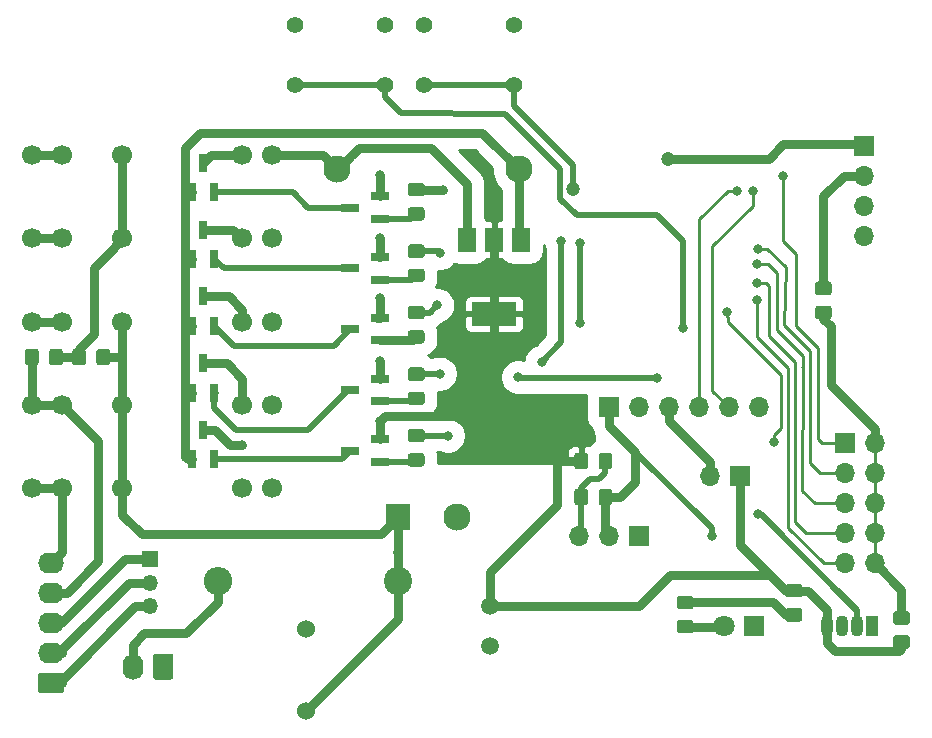
<source format=gbr>
%TF.GenerationSoftware,KiCad,Pcbnew,5.1.5+dfsg1-2build2*%
%TF.CreationDate,2021-01-07T21:04:46-03:00*%
%TF.ProjectId,Punkatoo,50756e6b-6174-46f6-9f2e-6b696361645f,rev?*%
%TF.SameCoordinates,Original*%
%TF.FileFunction,Copper,L2,Bot*%
%TF.FilePolarity,Positive*%
%FSLAX46Y46*%
G04 Gerber Fmt 4.6, Leading zero omitted, Abs format (unit mm)*
G04 Created by KiCad (PCBNEW 5.1.5+dfsg1-2build2) date 2021-01-07 21:04:46*
%MOMM*%
%LPD*%
G04 APERTURE LIST*
%TA.AperFunction,ComponentPad*%
%ADD10O,1.700000X1.700000*%
%TD*%
%TA.AperFunction,ComponentPad*%
%ADD11R,1.700000X1.700000*%
%TD*%
%TA.AperFunction,ComponentPad*%
%ADD12C,1.397000*%
%TD*%
%TA.AperFunction,ComponentPad*%
%ADD13C,1.524000*%
%TD*%
%TA.AperFunction,ComponentPad*%
%ADD14O,1.350000X1.350000*%
%TD*%
%TA.AperFunction,ComponentPad*%
%ADD15R,1.350000X1.350000*%
%TD*%
%TA.AperFunction,ComponentPad*%
%ADD16O,2.400000X2.400000*%
%TD*%
%TA.AperFunction,ComponentPad*%
%ADD17C,2.400000*%
%TD*%
%TA.AperFunction,SMDPad,CuDef*%
%ADD18C,0.100000*%
%TD*%
%TA.AperFunction,ComponentPad*%
%ADD19O,2.200000X1.740000*%
%TD*%
%TA.AperFunction,ComponentPad*%
%ADD20C,0.100000*%
%TD*%
%TA.AperFunction,ComponentPad*%
%ADD21O,1.740000X2.200000*%
%TD*%
%TA.AperFunction,ComponentPad*%
%ADD22C,2.300000*%
%TD*%
%TA.AperFunction,ComponentPad*%
%ADD23R,2.000000X2.300000*%
%TD*%
%TA.AperFunction,ComponentPad*%
%ADD24C,1.700000*%
%TD*%
%TA.AperFunction,ComponentPad*%
%ADD25O,1.070000X1.800000*%
%TD*%
%TA.AperFunction,ComponentPad*%
%ADD26R,1.070000X1.800000*%
%TD*%
%TA.AperFunction,ComponentPad*%
%ADD27C,1.500000*%
%TD*%
%TA.AperFunction,SMDPad,CuDef*%
%ADD28R,0.800000X1.500000*%
%TD*%
%TA.AperFunction,SMDPad,CuDef*%
%ADD29R,1.500000X0.800000*%
%TD*%
%TA.AperFunction,SMDPad,CuDef*%
%ADD30R,3.800000X2.000000*%
%TD*%
%TA.AperFunction,SMDPad,CuDef*%
%ADD31R,1.500000X2.000000*%
%TD*%
%TA.AperFunction,ComponentPad*%
%ADD32C,1.800000*%
%TD*%
%TA.AperFunction,ComponentPad*%
%ADD33R,1.800000X1.800000*%
%TD*%
%TA.AperFunction,ViaPad*%
%ADD34C,0.800000*%
%TD*%
%TA.AperFunction,ViaPad*%
%ADD35C,1.200000*%
%TD*%
%TA.AperFunction,Conductor*%
%ADD36C,0.750000*%
%TD*%
%TA.AperFunction,Conductor*%
%ADD37C,0.500000*%
%TD*%
%TA.AperFunction,Conductor*%
%ADD38C,0.250000*%
%TD*%
%TA.AperFunction,Conductor*%
%ADD39C,0.254000*%
%TD*%
G04 APERTURE END LIST*
D10*
%TO.P,U2,3*%
%TO.N,Net-(C1-Pad1)*%
X120210000Y-105172000D03*
%TO.P,U2,2*%
%TO.N,GND*%
X122750000Y-105172000D03*
D11*
%TO.P,U2,1*%
%TO.N,Net-(U1-Pad6)*%
X125290000Y-105172000D03*
%TD*%
D10*
%TO.P,J6,4*%
%TO.N,Net-(J6-Pad4)*%
X144300000Y-79720000D03*
%TO.P,J6,3*%
%TO.N,Net-(J6-Pad3)*%
X144300000Y-77180000D03*
%TO.P,J6,2*%
%TO.N,GND*%
X144300000Y-74640000D03*
D11*
%TO.P,J6,1*%
%TO.N,+3V3*%
X144300000Y-72100000D03*
%TD*%
D12*
%TO.P,SW2,2*%
%TO.N,GND*%
X103800000Y-61920000D03*
%TO.P,SW2,1*%
%TO.N,/FLASH*%
X103800000Y-67000000D03*
%TO.P,SW2,2*%
%TO.N,GND*%
X96180000Y-61920000D03*
%TO.P,SW2,1*%
%TO.N,/FLASH*%
X96180000Y-67000000D03*
%TD*%
%TO.P,SW1,2*%
%TO.N,Net-(SW1-Pad2)*%
X107100000Y-67000000D03*
%TO.P,SW1,1*%
%TO.N,GND*%
X107100000Y-61920000D03*
%TO.P,SW1,2*%
%TO.N,Net-(SW1-Pad2)*%
X114720000Y-67000000D03*
%TO.P,SW1,1*%
%TO.N,GND*%
X114720000Y-61920000D03*
%TD*%
D13*
%TO.P,RV1,2*%
%TO.N,LINE*%
X97100000Y-120000000D03*
%TO.P,RV1,1*%
%TO.N,NEUT*%
X97100000Y-113000000D03*
%TD*%
D14*
%TO.P,C2,3*%
%TO.N,Net-(C2-Pad3)*%
X83900000Y-111100000D03*
%TO.P,C2,2*%
%TO.N,Net-(C2-Pad2)*%
X83900000Y-109100000D03*
D15*
%TO.P,C2,1*%
%TO.N,/M1*%
X83900000Y-107100000D03*
%TD*%
D16*
%TO.P,F1,2*%
%TO.N,Net-(F1-Pad2)*%
X89660000Y-109000000D03*
D17*
%TO.P,F1,1*%
%TO.N,LINE*%
X104900000Y-109000000D03*
%TD*%
%TA.AperFunction,SMDPad,CuDef*%
D18*
%TO.P,JP3,2*%
%TO.N,LINE*%
G36*
X80274505Y-89301204D02*
G01*
X80298773Y-89304804D01*
X80322572Y-89310765D01*
X80345671Y-89319030D01*
X80367850Y-89329520D01*
X80388893Y-89342132D01*
X80408599Y-89356747D01*
X80426777Y-89373223D01*
X80443253Y-89391401D01*
X80457868Y-89411107D01*
X80470480Y-89432150D01*
X80480970Y-89454329D01*
X80489235Y-89477428D01*
X80495196Y-89501227D01*
X80498796Y-89525495D01*
X80500000Y-89549999D01*
X80500000Y-90450001D01*
X80498796Y-90474505D01*
X80495196Y-90498773D01*
X80489235Y-90522572D01*
X80480970Y-90545671D01*
X80470480Y-90567850D01*
X80457868Y-90588893D01*
X80443253Y-90608599D01*
X80426777Y-90626777D01*
X80408599Y-90643253D01*
X80388893Y-90657868D01*
X80367850Y-90670480D01*
X80345671Y-90680970D01*
X80322572Y-90689235D01*
X80298773Y-90695196D01*
X80274505Y-90698796D01*
X80250001Y-90700000D01*
X79599999Y-90700000D01*
X79575495Y-90698796D01*
X79551227Y-90695196D01*
X79527428Y-90689235D01*
X79504329Y-90680970D01*
X79482150Y-90670480D01*
X79461107Y-90657868D01*
X79441401Y-90643253D01*
X79423223Y-90626777D01*
X79406747Y-90608599D01*
X79392132Y-90588893D01*
X79379520Y-90567850D01*
X79369030Y-90545671D01*
X79360765Y-90522572D01*
X79354804Y-90498773D01*
X79351204Y-90474505D01*
X79350000Y-90450001D01*
X79350000Y-89549999D01*
X79351204Y-89525495D01*
X79354804Y-89501227D01*
X79360765Y-89477428D01*
X79369030Y-89454329D01*
X79379520Y-89432150D01*
X79392132Y-89411107D01*
X79406747Y-89391401D01*
X79423223Y-89373223D01*
X79441401Y-89356747D01*
X79461107Y-89342132D01*
X79482150Y-89329520D01*
X79504329Y-89319030D01*
X79527428Y-89310765D01*
X79551227Y-89304804D01*
X79575495Y-89301204D01*
X79599999Y-89300000D01*
X80250001Y-89300000D01*
X80274505Y-89301204D01*
G37*
%TD.AperFunction*%
%TA.AperFunction,SMDPad,CuDef*%
%TO.P,JP3,1*%
%TO.N,Net-(JP2-Pad1)*%
G36*
X78224505Y-89301204D02*
G01*
X78248773Y-89304804D01*
X78272572Y-89310765D01*
X78295671Y-89319030D01*
X78317850Y-89329520D01*
X78338893Y-89342132D01*
X78358599Y-89356747D01*
X78376777Y-89373223D01*
X78393253Y-89391401D01*
X78407868Y-89411107D01*
X78420480Y-89432150D01*
X78430970Y-89454329D01*
X78439235Y-89477428D01*
X78445196Y-89501227D01*
X78448796Y-89525495D01*
X78450000Y-89549999D01*
X78450000Y-90450001D01*
X78448796Y-90474505D01*
X78445196Y-90498773D01*
X78439235Y-90522572D01*
X78430970Y-90545671D01*
X78420480Y-90567850D01*
X78407868Y-90588893D01*
X78393253Y-90608599D01*
X78376777Y-90626777D01*
X78358599Y-90643253D01*
X78338893Y-90657868D01*
X78317850Y-90670480D01*
X78295671Y-90680970D01*
X78272572Y-90689235D01*
X78248773Y-90695196D01*
X78224505Y-90698796D01*
X78200001Y-90700000D01*
X77549999Y-90700000D01*
X77525495Y-90698796D01*
X77501227Y-90695196D01*
X77477428Y-90689235D01*
X77454329Y-90680970D01*
X77432150Y-90670480D01*
X77411107Y-90657868D01*
X77391401Y-90643253D01*
X77373223Y-90626777D01*
X77356747Y-90608599D01*
X77342132Y-90588893D01*
X77329520Y-90567850D01*
X77319030Y-90545671D01*
X77310765Y-90522572D01*
X77304804Y-90498773D01*
X77301204Y-90474505D01*
X77300000Y-90450001D01*
X77300000Y-89549999D01*
X77301204Y-89525495D01*
X77304804Y-89501227D01*
X77310765Y-89477428D01*
X77319030Y-89454329D01*
X77329520Y-89432150D01*
X77342132Y-89411107D01*
X77356747Y-89391401D01*
X77373223Y-89373223D01*
X77391401Y-89356747D01*
X77411107Y-89342132D01*
X77432150Y-89329520D01*
X77454329Y-89319030D01*
X77477428Y-89310765D01*
X77501227Y-89304804D01*
X77525495Y-89301204D01*
X77549999Y-89300000D01*
X78200001Y-89300000D01*
X78224505Y-89301204D01*
G37*
%TD.AperFunction*%
%TD*%
%TA.AperFunction,SMDPad,CuDef*%
%TO.P,JP2,2*%
%TO.N,/M2*%
G36*
X74224505Y-89301204D02*
G01*
X74248773Y-89304804D01*
X74272572Y-89310765D01*
X74295671Y-89319030D01*
X74317850Y-89329520D01*
X74338893Y-89342132D01*
X74358599Y-89356747D01*
X74376777Y-89373223D01*
X74393253Y-89391401D01*
X74407868Y-89411107D01*
X74420480Y-89432150D01*
X74430970Y-89454329D01*
X74439235Y-89477428D01*
X74445196Y-89501227D01*
X74448796Y-89525495D01*
X74450000Y-89549999D01*
X74450000Y-90450001D01*
X74448796Y-90474505D01*
X74445196Y-90498773D01*
X74439235Y-90522572D01*
X74430970Y-90545671D01*
X74420480Y-90567850D01*
X74407868Y-90588893D01*
X74393253Y-90608599D01*
X74376777Y-90626777D01*
X74358599Y-90643253D01*
X74338893Y-90657868D01*
X74317850Y-90670480D01*
X74295671Y-90680970D01*
X74272572Y-90689235D01*
X74248773Y-90695196D01*
X74224505Y-90698796D01*
X74200001Y-90700000D01*
X73549999Y-90700000D01*
X73525495Y-90698796D01*
X73501227Y-90695196D01*
X73477428Y-90689235D01*
X73454329Y-90680970D01*
X73432150Y-90670480D01*
X73411107Y-90657868D01*
X73391401Y-90643253D01*
X73373223Y-90626777D01*
X73356747Y-90608599D01*
X73342132Y-90588893D01*
X73329520Y-90567850D01*
X73319030Y-90545671D01*
X73310765Y-90522572D01*
X73304804Y-90498773D01*
X73301204Y-90474505D01*
X73300000Y-90450001D01*
X73300000Y-89549999D01*
X73301204Y-89525495D01*
X73304804Y-89501227D01*
X73310765Y-89477428D01*
X73319030Y-89454329D01*
X73329520Y-89432150D01*
X73342132Y-89411107D01*
X73356747Y-89391401D01*
X73373223Y-89373223D01*
X73391401Y-89356747D01*
X73411107Y-89342132D01*
X73432150Y-89329520D01*
X73454329Y-89319030D01*
X73477428Y-89310765D01*
X73501227Y-89304804D01*
X73525495Y-89301204D01*
X73549999Y-89300000D01*
X74200001Y-89300000D01*
X74224505Y-89301204D01*
G37*
%TD.AperFunction*%
%TA.AperFunction,SMDPad,CuDef*%
%TO.P,JP2,1*%
%TO.N,Net-(JP2-Pad1)*%
G36*
X76274505Y-89301204D02*
G01*
X76298773Y-89304804D01*
X76322572Y-89310765D01*
X76345671Y-89319030D01*
X76367850Y-89329520D01*
X76388893Y-89342132D01*
X76408599Y-89356747D01*
X76426777Y-89373223D01*
X76443253Y-89391401D01*
X76457868Y-89411107D01*
X76470480Y-89432150D01*
X76480970Y-89454329D01*
X76489235Y-89477428D01*
X76495196Y-89501227D01*
X76498796Y-89525495D01*
X76500000Y-89549999D01*
X76500000Y-90450001D01*
X76498796Y-90474505D01*
X76495196Y-90498773D01*
X76489235Y-90522572D01*
X76480970Y-90545671D01*
X76470480Y-90567850D01*
X76457868Y-90588893D01*
X76443253Y-90608599D01*
X76426777Y-90626777D01*
X76408599Y-90643253D01*
X76388893Y-90657868D01*
X76367850Y-90670480D01*
X76345671Y-90680970D01*
X76322572Y-90689235D01*
X76298773Y-90695196D01*
X76274505Y-90698796D01*
X76250001Y-90700000D01*
X75599999Y-90700000D01*
X75575495Y-90698796D01*
X75551227Y-90695196D01*
X75527428Y-90689235D01*
X75504329Y-90680970D01*
X75482150Y-90670480D01*
X75461107Y-90657868D01*
X75441401Y-90643253D01*
X75423223Y-90626777D01*
X75406747Y-90608599D01*
X75392132Y-90588893D01*
X75379520Y-90567850D01*
X75369030Y-90545671D01*
X75360765Y-90522572D01*
X75354804Y-90498773D01*
X75351204Y-90474505D01*
X75350000Y-90450001D01*
X75350000Y-89549999D01*
X75351204Y-89525495D01*
X75354804Y-89501227D01*
X75360765Y-89477428D01*
X75369030Y-89454329D01*
X75379520Y-89432150D01*
X75392132Y-89411107D01*
X75406747Y-89391401D01*
X75423223Y-89373223D01*
X75441401Y-89356747D01*
X75461107Y-89342132D01*
X75482150Y-89329520D01*
X75504329Y-89319030D01*
X75527428Y-89310765D01*
X75551227Y-89304804D01*
X75575495Y-89301204D01*
X75599999Y-89300000D01*
X76250001Y-89300000D01*
X76274505Y-89301204D01*
G37*
%TD.AperFunction*%
%TD*%
%TA.AperFunction,SMDPad,CuDef*%
%TO.P,J5,2*%
%TO.N,Net-(J2-Pad10)*%
G36*
X141374505Y-85651204D02*
G01*
X141398773Y-85654804D01*
X141422572Y-85660765D01*
X141445671Y-85669030D01*
X141467850Y-85679520D01*
X141488893Y-85692132D01*
X141508599Y-85706747D01*
X141526777Y-85723223D01*
X141543253Y-85741401D01*
X141557868Y-85761107D01*
X141570480Y-85782150D01*
X141580970Y-85804329D01*
X141589235Y-85827428D01*
X141595196Y-85851227D01*
X141598796Y-85875495D01*
X141600000Y-85899999D01*
X141600000Y-86550001D01*
X141598796Y-86574505D01*
X141595196Y-86598773D01*
X141589235Y-86622572D01*
X141580970Y-86645671D01*
X141570480Y-86667850D01*
X141557868Y-86688893D01*
X141543253Y-86708599D01*
X141526777Y-86726777D01*
X141508599Y-86743253D01*
X141488893Y-86757868D01*
X141467850Y-86770480D01*
X141445671Y-86780970D01*
X141422572Y-86789235D01*
X141398773Y-86795196D01*
X141374505Y-86798796D01*
X141350001Y-86800000D01*
X140449999Y-86800000D01*
X140425495Y-86798796D01*
X140401227Y-86795196D01*
X140377428Y-86789235D01*
X140354329Y-86780970D01*
X140332150Y-86770480D01*
X140311107Y-86757868D01*
X140291401Y-86743253D01*
X140273223Y-86726777D01*
X140256747Y-86708599D01*
X140242132Y-86688893D01*
X140229520Y-86667850D01*
X140219030Y-86645671D01*
X140210765Y-86622572D01*
X140204804Y-86598773D01*
X140201204Y-86574505D01*
X140200000Y-86550001D01*
X140200000Y-85899999D01*
X140201204Y-85875495D01*
X140204804Y-85851227D01*
X140210765Y-85827428D01*
X140219030Y-85804329D01*
X140229520Y-85782150D01*
X140242132Y-85761107D01*
X140256747Y-85741401D01*
X140273223Y-85723223D01*
X140291401Y-85706747D01*
X140311107Y-85692132D01*
X140332150Y-85679520D01*
X140354329Y-85669030D01*
X140377428Y-85660765D01*
X140401227Y-85654804D01*
X140425495Y-85651204D01*
X140449999Y-85650000D01*
X141350001Y-85650000D01*
X141374505Y-85651204D01*
G37*
%TD.AperFunction*%
%TA.AperFunction,SMDPad,CuDef*%
%TO.P,J5,1*%
%TO.N,GND*%
G36*
X141374505Y-83601204D02*
G01*
X141398773Y-83604804D01*
X141422572Y-83610765D01*
X141445671Y-83619030D01*
X141467850Y-83629520D01*
X141488893Y-83642132D01*
X141508599Y-83656747D01*
X141526777Y-83673223D01*
X141543253Y-83691401D01*
X141557868Y-83711107D01*
X141570480Y-83732150D01*
X141580970Y-83754329D01*
X141589235Y-83777428D01*
X141595196Y-83801227D01*
X141598796Y-83825495D01*
X141600000Y-83849999D01*
X141600000Y-84500001D01*
X141598796Y-84524505D01*
X141595196Y-84548773D01*
X141589235Y-84572572D01*
X141580970Y-84595671D01*
X141570480Y-84617850D01*
X141557868Y-84638893D01*
X141543253Y-84658599D01*
X141526777Y-84676777D01*
X141508599Y-84693253D01*
X141488893Y-84707868D01*
X141467850Y-84720480D01*
X141445671Y-84730970D01*
X141422572Y-84739235D01*
X141398773Y-84745196D01*
X141374505Y-84748796D01*
X141350001Y-84750000D01*
X140449999Y-84750000D01*
X140425495Y-84748796D01*
X140401227Y-84745196D01*
X140377428Y-84739235D01*
X140354329Y-84730970D01*
X140332150Y-84720480D01*
X140311107Y-84707868D01*
X140291401Y-84693253D01*
X140273223Y-84676777D01*
X140256747Y-84658599D01*
X140242132Y-84638893D01*
X140229520Y-84617850D01*
X140219030Y-84595671D01*
X140210765Y-84572572D01*
X140204804Y-84548773D01*
X140201204Y-84524505D01*
X140200000Y-84500001D01*
X140200000Y-83849999D01*
X140201204Y-83825495D01*
X140204804Y-83801227D01*
X140210765Y-83777428D01*
X140219030Y-83754329D01*
X140229520Y-83732150D01*
X140242132Y-83711107D01*
X140256747Y-83691401D01*
X140273223Y-83673223D01*
X140291401Y-83656747D01*
X140311107Y-83642132D01*
X140332150Y-83629520D01*
X140354329Y-83619030D01*
X140377428Y-83610765D01*
X140401227Y-83604804D01*
X140425495Y-83601204D01*
X140449999Y-83600000D01*
X141350001Y-83600000D01*
X141374505Y-83601204D01*
G37*
%TD.AperFunction*%
%TD*%
%TA.AperFunction,SMDPad,CuDef*%
%TO.P,J4,2*%
%TO.N,Net-(J2-Pad10)*%
G36*
X147974505Y-111501204D02*
G01*
X147998773Y-111504804D01*
X148022572Y-111510765D01*
X148045671Y-111519030D01*
X148067850Y-111529520D01*
X148088893Y-111542132D01*
X148108599Y-111556747D01*
X148126777Y-111573223D01*
X148143253Y-111591401D01*
X148157868Y-111611107D01*
X148170480Y-111632150D01*
X148180970Y-111654329D01*
X148189235Y-111677428D01*
X148195196Y-111701227D01*
X148198796Y-111725495D01*
X148200000Y-111749999D01*
X148200000Y-112400001D01*
X148198796Y-112424505D01*
X148195196Y-112448773D01*
X148189235Y-112472572D01*
X148180970Y-112495671D01*
X148170480Y-112517850D01*
X148157868Y-112538893D01*
X148143253Y-112558599D01*
X148126777Y-112576777D01*
X148108599Y-112593253D01*
X148088893Y-112607868D01*
X148067850Y-112620480D01*
X148045671Y-112630970D01*
X148022572Y-112639235D01*
X147998773Y-112645196D01*
X147974505Y-112648796D01*
X147950001Y-112650000D01*
X147049999Y-112650000D01*
X147025495Y-112648796D01*
X147001227Y-112645196D01*
X146977428Y-112639235D01*
X146954329Y-112630970D01*
X146932150Y-112620480D01*
X146911107Y-112607868D01*
X146891401Y-112593253D01*
X146873223Y-112576777D01*
X146856747Y-112558599D01*
X146842132Y-112538893D01*
X146829520Y-112517850D01*
X146819030Y-112495671D01*
X146810765Y-112472572D01*
X146804804Y-112448773D01*
X146801204Y-112424505D01*
X146800000Y-112400001D01*
X146800000Y-111749999D01*
X146801204Y-111725495D01*
X146804804Y-111701227D01*
X146810765Y-111677428D01*
X146819030Y-111654329D01*
X146829520Y-111632150D01*
X146842132Y-111611107D01*
X146856747Y-111591401D01*
X146873223Y-111573223D01*
X146891401Y-111556747D01*
X146911107Y-111542132D01*
X146932150Y-111529520D01*
X146954329Y-111519030D01*
X146977428Y-111510765D01*
X147001227Y-111504804D01*
X147025495Y-111501204D01*
X147049999Y-111500000D01*
X147950001Y-111500000D01*
X147974505Y-111501204D01*
G37*
%TD.AperFunction*%
%TA.AperFunction,SMDPad,CuDef*%
%TO.P,J4,1*%
%TO.N,+3V3*%
G36*
X147974505Y-113551204D02*
G01*
X147998773Y-113554804D01*
X148022572Y-113560765D01*
X148045671Y-113569030D01*
X148067850Y-113579520D01*
X148088893Y-113592132D01*
X148108599Y-113606747D01*
X148126777Y-113623223D01*
X148143253Y-113641401D01*
X148157868Y-113661107D01*
X148170480Y-113682150D01*
X148180970Y-113704329D01*
X148189235Y-113727428D01*
X148195196Y-113751227D01*
X148198796Y-113775495D01*
X148200000Y-113799999D01*
X148200000Y-114450001D01*
X148198796Y-114474505D01*
X148195196Y-114498773D01*
X148189235Y-114522572D01*
X148180970Y-114545671D01*
X148170480Y-114567850D01*
X148157868Y-114588893D01*
X148143253Y-114608599D01*
X148126777Y-114626777D01*
X148108599Y-114643253D01*
X148088893Y-114657868D01*
X148067850Y-114670480D01*
X148045671Y-114680970D01*
X148022572Y-114689235D01*
X147998773Y-114695196D01*
X147974505Y-114698796D01*
X147950001Y-114700000D01*
X147049999Y-114700000D01*
X147025495Y-114698796D01*
X147001227Y-114695196D01*
X146977428Y-114689235D01*
X146954329Y-114680970D01*
X146932150Y-114670480D01*
X146911107Y-114657868D01*
X146891401Y-114643253D01*
X146873223Y-114626777D01*
X146856747Y-114608599D01*
X146842132Y-114588893D01*
X146829520Y-114567850D01*
X146819030Y-114545671D01*
X146810765Y-114522572D01*
X146804804Y-114498773D01*
X146801204Y-114474505D01*
X146800000Y-114450001D01*
X146800000Y-113799999D01*
X146801204Y-113775495D01*
X146804804Y-113751227D01*
X146810765Y-113727428D01*
X146819030Y-113704329D01*
X146829520Y-113682150D01*
X146842132Y-113661107D01*
X146856747Y-113641401D01*
X146873223Y-113623223D01*
X146891401Y-113606747D01*
X146911107Y-113592132D01*
X146932150Y-113579520D01*
X146954329Y-113569030D01*
X146977428Y-113560765D01*
X147001227Y-113554804D01*
X147025495Y-113551204D01*
X147049999Y-113550000D01*
X147950001Y-113550000D01*
X147974505Y-113551204D01*
G37*
%TD.AperFunction*%
%TD*%
D10*
%TO.P,J2,10*%
%TO.N,Net-(J2-Pad10)*%
X145240000Y-107460000D03*
%TO.P,J2,9*%
%TO.N,Net-(J2-Pad9)*%
X142700000Y-107460000D03*
%TO.P,J2,8*%
%TO.N,Net-(J2-Pad10)*%
X145240000Y-104920000D03*
%TO.P,J2,7*%
%TO.N,Net-(J2-Pad7)*%
X142700000Y-104920000D03*
%TO.P,J2,6*%
%TO.N,Net-(J2-Pad10)*%
X145240000Y-102380000D03*
%TO.P,J2,5*%
%TO.N,Net-(J2-Pad5)*%
X142700000Y-102380000D03*
%TO.P,J2,4*%
%TO.N,Net-(J2-Pad10)*%
X145240000Y-99840000D03*
%TO.P,J2,3*%
%TO.N,Net-(J2-Pad3)*%
X142700000Y-99840000D03*
%TO.P,J2,2*%
%TO.N,Net-(J2-Pad10)*%
X145240000Y-97300000D03*
D11*
%TO.P,J2,1*%
%TO.N,Net-(J2-Pad1)*%
X142700000Y-97300000D03*
%TD*%
D10*
%TO.P,J3,6*%
%TO.N,Net-(J3-Pad6)*%
X135450000Y-94250000D03*
%TO.P,J3,5*%
%TO.N,/TXD*%
X132910000Y-94250000D03*
%TO.P,J3,4*%
%TO.N,/RXD*%
X130370000Y-94250000D03*
%TO.P,J3,3*%
%TO.N,Net-(J3-Pad3)*%
X127830000Y-94250000D03*
%TO.P,J3,2*%
%TO.N,Net-(J3-Pad2)*%
X125290000Y-94250000D03*
D11*
%TO.P,J3,1*%
%TO.N,GND*%
X122750000Y-94250000D03*
%TD*%
D19*
%TO.P,J7,5*%
%TO.N,/LMP*%
X75500000Y-107440000D03*
%TO.P,J7,4*%
%TO.N,/M2*%
X75500000Y-109980000D03*
%TO.P,J7,3*%
%TO.N,/M1*%
X75500000Y-112520000D03*
%TO.P,J7,2*%
%TO.N,Net-(C2-Pad2)*%
X75500000Y-115060000D03*
%TA.AperFunction,ComponentPad*%
D20*
%TO.P,J7,1*%
%TO.N,Net-(C2-Pad3)*%
G36*
X76374505Y-116731204D02*
G01*
X76398773Y-116734804D01*
X76422572Y-116740765D01*
X76445671Y-116749030D01*
X76467850Y-116759520D01*
X76488893Y-116772132D01*
X76508599Y-116786747D01*
X76526777Y-116803223D01*
X76543253Y-116821401D01*
X76557868Y-116841107D01*
X76570480Y-116862150D01*
X76580970Y-116884329D01*
X76589235Y-116907428D01*
X76595196Y-116931227D01*
X76598796Y-116955495D01*
X76600000Y-116979999D01*
X76600000Y-118220001D01*
X76598796Y-118244505D01*
X76595196Y-118268773D01*
X76589235Y-118292572D01*
X76580970Y-118315671D01*
X76570480Y-118337850D01*
X76557868Y-118358893D01*
X76543253Y-118378599D01*
X76526777Y-118396777D01*
X76508599Y-118413253D01*
X76488893Y-118427868D01*
X76467850Y-118440480D01*
X76445671Y-118450970D01*
X76422572Y-118459235D01*
X76398773Y-118465196D01*
X76374505Y-118468796D01*
X76350001Y-118470000D01*
X74649999Y-118470000D01*
X74625495Y-118468796D01*
X74601227Y-118465196D01*
X74577428Y-118459235D01*
X74554329Y-118450970D01*
X74532150Y-118440480D01*
X74511107Y-118427868D01*
X74491401Y-118413253D01*
X74473223Y-118396777D01*
X74456747Y-118378599D01*
X74442132Y-118358893D01*
X74429520Y-118337850D01*
X74419030Y-118315671D01*
X74410765Y-118292572D01*
X74404804Y-118268773D01*
X74401204Y-118244505D01*
X74400000Y-118220001D01*
X74400000Y-116979999D01*
X74401204Y-116955495D01*
X74404804Y-116931227D01*
X74410765Y-116907428D01*
X74419030Y-116884329D01*
X74429520Y-116862150D01*
X74442132Y-116841107D01*
X74456747Y-116821401D01*
X74473223Y-116803223D01*
X74491401Y-116786747D01*
X74511107Y-116772132D01*
X74532150Y-116759520D01*
X74554329Y-116749030D01*
X74577428Y-116740765D01*
X74601227Y-116734804D01*
X74625495Y-116731204D01*
X74649999Y-116730000D01*
X76350001Y-116730000D01*
X76374505Y-116731204D01*
G37*
%TD.AperFunction*%
%TD*%
D21*
%TO.P,J1,2*%
%TO.N,Net-(F1-Pad2)*%
X82460000Y-116200000D03*
%TA.AperFunction,ComponentPad*%
D20*
%TO.P,J1,1*%
%TO.N,NEUT*%
G36*
X85644505Y-115101204D02*
G01*
X85668773Y-115104804D01*
X85692572Y-115110765D01*
X85715671Y-115119030D01*
X85737850Y-115129520D01*
X85758893Y-115142132D01*
X85778599Y-115156747D01*
X85796777Y-115173223D01*
X85813253Y-115191401D01*
X85827868Y-115211107D01*
X85840480Y-115232150D01*
X85850970Y-115254329D01*
X85859235Y-115277428D01*
X85865196Y-115301227D01*
X85868796Y-115325495D01*
X85870000Y-115349999D01*
X85870000Y-117050001D01*
X85868796Y-117074505D01*
X85865196Y-117098773D01*
X85859235Y-117122572D01*
X85850970Y-117145671D01*
X85840480Y-117167850D01*
X85827868Y-117188893D01*
X85813253Y-117208599D01*
X85796777Y-117226777D01*
X85778599Y-117243253D01*
X85758893Y-117257868D01*
X85737850Y-117270480D01*
X85715671Y-117280970D01*
X85692572Y-117289235D01*
X85668773Y-117295196D01*
X85644505Y-117298796D01*
X85620001Y-117300000D01*
X84379999Y-117300000D01*
X84355495Y-117298796D01*
X84331227Y-117295196D01*
X84307428Y-117289235D01*
X84284329Y-117280970D01*
X84262150Y-117270480D01*
X84241107Y-117257868D01*
X84221401Y-117243253D01*
X84203223Y-117226777D01*
X84186747Y-117208599D01*
X84172132Y-117188893D01*
X84159520Y-117167850D01*
X84149030Y-117145671D01*
X84140765Y-117122572D01*
X84134804Y-117098773D01*
X84131204Y-117074505D01*
X84130000Y-117050001D01*
X84130000Y-115349999D01*
X84131204Y-115325495D01*
X84134804Y-115301227D01*
X84140765Y-115277428D01*
X84149030Y-115254329D01*
X84159520Y-115232150D01*
X84172132Y-115211107D01*
X84186747Y-115191401D01*
X84203223Y-115173223D01*
X84221401Y-115156747D01*
X84241107Y-115142132D01*
X84262150Y-115129520D01*
X84284329Y-115119030D01*
X84307428Y-115110765D01*
X84331227Y-115104804D01*
X84355495Y-115101204D01*
X84379999Y-115100000D01*
X85620001Y-115100000D01*
X85644505Y-115101204D01*
G37*
%TD.AperFunction*%
%TD*%
D22*
%TO.P,PS1,4*%
%TO.N,+5V*%
X115100000Y-74116000D03*
%TO.P,PS1,2*%
%TO.N,NEUT*%
X109900000Y-103516000D03*
D23*
%TO.P,PS1,1*%
%TO.N,LINE*%
X104900000Y-103516000D03*
D22*
%TO.P,PS1,3*%
%TO.N,GND*%
X99700000Y-74116000D03*
%TD*%
D24*
%TO.P,K5,2*%
%TO.N,LINE*%
X81532000Y-101103000D03*
%TO.P,K5,1*%
%TO.N,/LMP*%
X73912000Y-101103000D03*
%TO.P,K5,3*%
%TO.N,Net-(K5-Pad3)*%
X91692000Y-101103000D03*
%TO.P,K5,4*%
%TO.N,GND*%
X94232000Y-101103000D03*
%TO.P,K5,1*%
%TO.N,/LMP*%
X76452000Y-101103000D03*
%TD*%
%TO.P,K4,2*%
%TO.N,LINE*%
X81532000Y-94054500D03*
%TO.P,K4,1*%
%TO.N,/M2*%
X73912000Y-94054500D03*
%TO.P,K4,3*%
%TO.N,Net-(K4-Pad3)*%
X91692000Y-94054500D03*
%TO.P,K4,4*%
%TO.N,GND*%
X94232000Y-94054500D03*
%TO.P,K4,1*%
%TO.N,/M2*%
X76452000Y-94054500D03*
%TD*%
%TO.P,K3,2*%
%TO.N,LINE*%
X81532000Y-87006000D03*
%TO.P,K3,1*%
%TO.N,/M1*%
X73912000Y-87006000D03*
%TO.P,K3,3*%
%TO.N,Net-(K3-Pad3)*%
X91692000Y-87006000D03*
%TO.P,K3,4*%
%TO.N,GND*%
X94232000Y-87006000D03*
%TO.P,K3,1*%
%TO.N,/M1*%
X76452000Y-87006000D03*
%TD*%
%TO.P,K2,2*%
%TO.N,Net-(JP2-Pad1)*%
X81532000Y-79957500D03*
%TO.P,K2,1*%
%TO.N,Net-(C2-Pad2)*%
X73912000Y-79957500D03*
%TO.P,K2,3*%
%TO.N,Net-(K2-Pad3)*%
X91692000Y-79957500D03*
%TO.P,K2,4*%
%TO.N,GND*%
X94232000Y-79957500D03*
%TO.P,K2,1*%
%TO.N,Net-(C2-Pad2)*%
X76452000Y-79957500D03*
%TD*%
%TO.P,K1,2*%
%TO.N,Net-(JP2-Pad1)*%
X81532000Y-72909000D03*
%TO.P,K1,1*%
%TO.N,Net-(C2-Pad3)*%
X73912000Y-72909000D03*
%TO.P,K1,3*%
%TO.N,Net-(K1-Pad3)*%
X91692000Y-72909000D03*
%TO.P,K1,4*%
%TO.N,GND*%
X94232000Y-72909000D03*
%TO.P,K1,1*%
%TO.N,Net-(C2-Pad3)*%
X76452000Y-72909000D03*
%TD*%
D25*
%TO.P,D1,4*%
%TO.N,+3V3*%
X141224000Y-112776000D03*
%TO.P,D1,3*%
%TO.N,Net-(D1-Pad3)*%
X142494000Y-112776000D03*
%TO.P,D1,2*%
%TO.N,Net-(D1-Pad2)*%
X143764000Y-112776000D03*
D26*
%TO.P,D1,1*%
%TO.N,Net-(D1-Pad1)*%
X145034000Y-112776000D03*
%TD*%
%TA.AperFunction,SMDPad,CuDef*%
D18*
%TO.P,R6,2*%
%TO.N,Net-(R6-Pad2)*%
G36*
X138874505Y-111251204D02*
G01*
X138898773Y-111254804D01*
X138922572Y-111260765D01*
X138945671Y-111269030D01*
X138967850Y-111279520D01*
X138988893Y-111292132D01*
X139008599Y-111306747D01*
X139026777Y-111323223D01*
X139043253Y-111341401D01*
X139057868Y-111361107D01*
X139070480Y-111382150D01*
X139080970Y-111404329D01*
X139089235Y-111427428D01*
X139095196Y-111451227D01*
X139098796Y-111475495D01*
X139100000Y-111499999D01*
X139100000Y-112150001D01*
X139098796Y-112174505D01*
X139095196Y-112198773D01*
X139089235Y-112222572D01*
X139080970Y-112245671D01*
X139070480Y-112267850D01*
X139057868Y-112288893D01*
X139043253Y-112308599D01*
X139026777Y-112326777D01*
X139008599Y-112343253D01*
X138988893Y-112357868D01*
X138967850Y-112370480D01*
X138945671Y-112380970D01*
X138922572Y-112389235D01*
X138898773Y-112395196D01*
X138874505Y-112398796D01*
X138850001Y-112400000D01*
X137949999Y-112400000D01*
X137925495Y-112398796D01*
X137901227Y-112395196D01*
X137877428Y-112389235D01*
X137854329Y-112380970D01*
X137832150Y-112370480D01*
X137811107Y-112357868D01*
X137791401Y-112343253D01*
X137773223Y-112326777D01*
X137756747Y-112308599D01*
X137742132Y-112288893D01*
X137729520Y-112267850D01*
X137719030Y-112245671D01*
X137710765Y-112222572D01*
X137704804Y-112198773D01*
X137701204Y-112174505D01*
X137700000Y-112150001D01*
X137700000Y-111499999D01*
X137701204Y-111475495D01*
X137704804Y-111451227D01*
X137710765Y-111427428D01*
X137719030Y-111404329D01*
X137729520Y-111382150D01*
X137742132Y-111361107D01*
X137756747Y-111341401D01*
X137773223Y-111323223D01*
X137791401Y-111306747D01*
X137811107Y-111292132D01*
X137832150Y-111279520D01*
X137854329Y-111269030D01*
X137877428Y-111260765D01*
X137901227Y-111254804D01*
X137925495Y-111251204D01*
X137949999Y-111250000D01*
X138850001Y-111250000D01*
X138874505Y-111251204D01*
G37*
%TD.AperFunction*%
%TA.AperFunction,SMDPad,CuDef*%
%TO.P,R6,1*%
%TO.N,+3V3*%
G36*
X138874505Y-109201204D02*
G01*
X138898773Y-109204804D01*
X138922572Y-109210765D01*
X138945671Y-109219030D01*
X138967850Y-109229520D01*
X138988893Y-109242132D01*
X139008599Y-109256747D01*
X139026777Y-109273223D01*
X139043253Y-109291401D01*
X139057868Y-109311107D01*
X139070480Y-109332150D01*
X139080970Y-109354329D01*
X139089235Y-109377428D01*
X139095196Y-109401227D01*
X139098796Y-109425495D01*
X139100000Y-109449999D01*
X139100000Y-110100001D01*
X139098796Y-110124505D01*
X139095196Y-110148773D01*
X139089235Y-110172572D01*
X139080970Y-110195671D01*
X139070480Y-110217850D01*
X139057868Y-110238893D01*
X139043253Y-110258599D01*
X139026777Y-110276777D01*
X139008599Y-110293253D01*
X138988893Y-110307868D01*
X138967850Y-110320480D01*
X138945671Y-110330970D01*
X138922572Y-110339235D01*
X138898773Y-110345196D01*
X138874505Y-110348796D01*
X138850001Y-110350000D01*
X137949999Y-110350000D01*
X137925495Y-110348796D01*
X137901227Y-110345196D01*
X137877428Y-110339235D01*
X137854329Y-110330970D01*
X137832150Y-110320480D01*
X137811107Y-110307868D01*
X137791401Y-110293253D01*
X137773223Y-110276777D01*
X137756747Y-110258599D01*
X137742132Y-110238893D01*
X137729520Y-110217850D01*
X137719030Y-110195671D01*
X137710765Y-110172572D01*
X137704804Y-110148773D01*
X137701204Y-110124505D01*
X137700000Y-110100001D01*
X137700000Y-109449999D01*
X137701204Y-109425495D01*
X137704804Y-109401227D01*
X137710765Y-109377428D01*
X137719030Y-109354329D01*
X137729520Y-109332150D01*
X137742132Y-109311107D01*
X137756747Y-109291401D01*
X137773223Y-109273223D01*
X137791401Y-109256747D01*
X137811107Y-109242132D01*
X137832150Y-109229520D01*
X137854329Y-109219030D01*
X137877428Y-109210765D01*
X137901227Y-109204804D01*
X137925495Y-109201204D01*
X137949999Y-109200000D01*
X138850001Y-109200000D01*
X138874505Y-109201204D01*
G37*
%TD.AperFunction*%
%TD*%
%TA.AperFunction,SMDPad,CuDef*%
%TO.P,R7,2*%
%TO.N,Net-(D2-Pad2)*%
G36*
X129674505Y-112251204D02*
G01*
X129698773Y-112254804D01*
X129722572Y-112260765D01*
X129745671Y-112269030D01*
X129767850Y-112279520D01*
X129788893Y-112292132D01*
X129808599Y-112306747D01*
X129826777Y-112323223D01*
X129843253Y-112341401D01*
X129857868Y-112361107D01*
X129870480Y-112382150D01*
X129880970Y-112404329D01*
X129889235Y-112427428D01*
X129895196Y-112451227D01*
X129898796Y-112475495D01*
X129900000Y-112499999D01*
X129900000Y-113150001D01*
X129898796Y-113174505D01*
X129895196Y-113198773D01*
X129889235Y-113222572D01*
X129880970Y-113245671D01*
X129870480Y-113267850D01*
X129857868Y-113288893D01*
X129843253Y-113308599D01*
X129826777Y-113326777D01*
X129808599Y-113343253D01*
X129788893Y-113357868D01*
X129767850Y-113370480D01*
X129745671Y-113380970D01*
X129722572Y-113389235D01*
X129698773Y-113395196D01*
X129674505Y-113398796D01*
X129650001Y-113400000D01*
X128749999Y-113400000D01*
X128725495Y-113398796D01*
X128701227Y-113395196D01*
X128677428Y-113389235D01*
X128654329Y-113380970D01*
X128632150Y-113370480D01*
X128611107Y-113357868D01*
X128591401Y-113343253D01*
X128573223Y-113326777D01*
X128556747Y-113308599D01*
X128542132Y-113288893D01*
X128529520Y-113267850D01*
X128519030Y-113245671D01*
X128510765Y-113222572D01*
X128504804Y-113198773D01*
X128501204Y-113174505D01*
X128500000Y-113150001D01*
X128500000Y-112499999D01*
X128501204Y-112475495D01*
X128504804Y-112451227D01*
X128510765Y-112427428D01*
X128519030Y-112404329D01*
X128529520Y-112382150D01*
X128542132Y-112361107D01*
X128556747Y-112341401D01*
X128573223Y-112323223D01*
X128591401Y-112306747D01*
X128611107Y-112292132D01*
X128632150Y-112279520D01*
X128654329Y-112269030D01*
X128677428Y-112260765D01*
X128701227Y-112254804D01*
X128725495Y-112251204D01*
X128749999Y-112250000D01*
X129650001Y-112250000D01*
X129674505Y-112251204D01*
G37*
%TD.AperFunction*%
%TA.AperFunction,SMDPad,CuDef*%
%TO.P,R7,1*%
%TO.N,Net-(R6-Pad2)*%
G36*
X129674505Y-110201204D02*
G01*
X129698773Y-110204804D01*
X129722572Y-110210765D01*
X129745671Y-110219030D01*
X129767850Y-110229520D01*
X129788893Y-110242132D01*
X129808599Y-110256747D01*
X129826777Y-110273223D01*
X129843253Y-110291401D01*
X129857868Y-110311107D01*
X129870480Y-110332150D01*
X129880970Y-110354329D01*
X129889235Y-110377428D01*
X129895196Y-110401227D01*
X129898796Y-110425495D01*
X129900000Y-110449999D01*
X129900000Y-111100001D01*
X129898796Y-111124505D01*
X129895196Y-111148773D01*
X129889235Y-111172572D01*
X129880970Y-111195671D01*
X129870480Y-111217850D01*
X129857868Y-111238893D01*
X129843253Y-111258599D01*
X129826777Y-111276777D01*
X129808599Y-111293253D01*
X129788893Y-111307868D01*
X129767850Y-111320480D01*
X129745671Y-111330970D01*
X129722572Y-111339235D01*
X129698773Y-111345196D01*
X129674505Y-111348796D01*
X129650001Y-111350000D01*
X128749999Y-111350000D01*
X128725495Y-111348796D01*
X128701227Y-111345196D01*
X128677428Y-111339235D01*
X128654329Y-111330970D01*
X128632150Y-111320480D01*
X128611107Y-111307868D01*
X128591401Y-111293253D01*
X128573223Y-111276777D01*
X128556747Y-111258599D01*
X128542132Y-111238893D01*
X128529520Y-111217850D01*
X128519030Y-111195671D01*
X128510765Y-111172572D01*
X128504804Y-111148773D01*
X128501204Y-111124505D01*
X128500000Y-111100001D01*
X128500000Y-110449999D01*
X128501204Y-110425495D01*
X128504804Y-110401227D01*
X128510765Y-110377428D01*
X128519030Y-110354329D01*
X128529520Y-110332150D01*
X128542132Y-110311107D01*
X128556747Y-110291401D01*
X128573223Y-110273223D01*
X128591401Y-110256747D01*
X128611107Y-110242132D01*
X128632150Y-110229520D01*
X128654329Y-110219030D01*
X128677428Y-110210765D01*
X128701227Y-110204804D01*
X128725495Y-110201204D01*
X128749999Y-110200000D01*
X129650001Y-110200000D01*
X129674505Y-110201204D01*
G37*
%TD.AperFunction*%
%TD*%
D27*
%TO.P,R1,2*%
%TO.N,Net-(R1-Pad2)*%
X112630000Y-114476000D03*
%TO.P,R1,1*%
%TO.N,+3V3*%
X112630000Y-111076000D03*
%TD*%
D28*
%TO.P,Q11,1*%
%TO.N,Net-(Q11-Pad1)*%
X89340000Y-98670000D03*
%TO.P,Q11,2*%
%TO.N,+5V*%
X87440000Y-98670000D03*
%TO.P,Q11,3*%
%TO.N,Net-(K5-Pad3)*%
X88390000Y-96170000D03*
%TD*%
D29*
%TO.P,Q4,1*%
%TO.N,+3V3*%
X103356000Y-86691000D03*
%TO.P,Q4,2*%
%TO.N,Net-(Q4-Pad2)*%
X103356000Y-88591000D03*
%TO.P,Q4,3*%
%TO.N,Net-(Q4-Pad3)*%
X100856000Y-87641000D03*
%TD*%
D28*
%TO.P,Q9,1*%
%TO.N,Net-(Q4-Pad3)*%
X89340000Y-87367000D03*
%TO.P,Q9,2*%
%TO.N,+5V*%
X87440000Y-87367000D03*
%TO.P,Q9,3*%
%TO.N,Net-(K3-Pad3)*%
X88390000Y-84867000D03*
%TD*%
D29*
%TO.P,Q6,1*%
%TO.N,+3V3*%
X103356000Y-96978000D03*
%TO.P,Q6,2*%
%TO.N,Net-(Q6-Pad2)*%
X103356000Y-98878000D03*
%TO.P,Q6,3*%
%TO.N,Net-(Q11-Pad1)*%
X100856000Y-97928000D03*
%TD*%
%TO.P,Q2,1*%
%TO.N,+3V3*%
X103356000Y-76404000D03*
%TO.P,Q2,2*%
%TO.N,Net-(Q2-Pad2)*%
X103356000Y-78304000D03*
%TO.P,Q2,3*%
%TO.N,Net-(Q2-Pad3)*%
X100856000Y-77354000D03*
%TD*%
%TA.AperFunction,SMDPad,CuDef*%
D18*
%TO.P,R9,1*%
%TO.N,+3V3*%
G36*
X120736505Y-98107204D02*
G01*
X120760773Y-98110804D01*
X120784572Y-98116765D01*
X120807671Y-98125030D01*
X120829850Y-98135520D01*
X120850893Y-98148132D01*
X120870599Y-98162747D01*
X120888777Y-98179223D01*
X120905253Y-98197401D01*
X120919868Y-98217107D01*
X120932480Y-98238150D01*
X120942970Y-98260329D01*
X120951235Y-98283428D01*
X120957196Y-98307227D01*
X120960796Y-98331495D01*
X120962000Y-98355999D01*
X120962000Y-99256001D01*
X120960796Y-99280505D01*
X120957196Y-99304773D01*
X120951235Y-99328572D01*
X120942970Y-99351671D01*
X120932480Y-99373850D01*
X120919868Y-99394893D01*
X120905253Y-99414599D01*
X120888777Y-99432777D01*
X120870599Y-99449253D01*
X120850893Y-99463868D01*
X120829850Y-99476480D01*
X120807671Y-99486970D01*
X120784572Y-99495235D01*
X120760773Y-99501196D01*
X120736505Y-99504796D01*
X120712001Y-99506000D01*
X120061999Y-99506000D01*
X120037495Y-99504796D01*
X120013227Y-99501196D01*
X119989428Y-99495235D01*
X119966329Y-99486970D01*
X119944150Y-99476480D01*
X119923107Y-99463868D01*
X119903401Y-99449253D01*
X119885223Y-99432777D01*
X119868747Y-99414599D01*
X119854132Y-99394893D01*
X119841520Y-99373850D01*
X119831030Y-99351671D01*
X119822765Y-99328572D01*
X119816804Y-99304773D01*
X119813204Y-99280505D01*
X119812000Y-99256001D01*
X119812000Y-98355999D01*
X119813204Y-98331495D01*
X119816804Y-98307227D01*
X119822765Y-98283428D01*
X119831030Y-98260329D01*
X119841520Y-98238150D01*
X119854132Y-98217107D01*
X119868747Y-98197401D01*
X119885223Y-98179223D01*
X119903401Y-98162747D01*
X119923107Y-98148132D01*
X119944150Y-98135520D01*
X119966329Y-98125030D01*
X119989428Y-98116765D01*
X120013227Y-98110804D01*
X120037495Y-98107204D01*
X120061999Y-98106000D01*
X120712001Y-98106000D01*
X120736505Y-98107204D01*
G37*
%TD.AperFunction*%
%TA.AperFunction,SMDPad,CuDef*%
%TO.P,R9,2*%
%TO.N,Net-(C1-Pad1)*%
G36*
X122786505Y-98107204D02*
G01*
X122810773Y-98110804D01*
X122834572Y-98116765D01*
X122857671Y-98125030D01*
X122879850Y-98135520D01*
X122900893Y-98148132D01*
X122920599Y-98162747D01*
X122938777Y-98179223D01*
X122955253Y-98197401D01*
X122969868Y-98217107D01*
X122982480Y-98238150D01*
X122992970Y-98260329D01*
X123001235Y-98283428D01*
X123007196Y-98307227D01*
X123010796Y-98331495D01*
X123012000Y-98355999D01*
X123012000Y-99256001D01*
X123010796Y-99280505D01*
X123007196Y-99304773D01*
X123001235Y-99328572D01*
X122992970Y-99351671D01*
X122982480Y-99373850D01*
X122969868Y-99394893D01*
X122955253Y-99414599D01*
X122938777Y-99432777D01*
X122920599Y-99449253D01*
X122900893Y-99463868D01*
X122879850Y-99476480D01*
X122857671Y-99486970D01*
X122834572Y-99495235D01*
X122810773Y-99501196D01*
X122786505Y-99504796D01*
X122762001Y-99506000D01*
X122111999Y-99506000D01*
X122087495Y-99504796D01*
X122063227Y-99501196D01*
X122039428Y-99495235D01*
X122016329Y-99486970D01*
X121994150Y-99476480D01*
X121973107Y-99463868D01*
X121953401Y-99449253D01*
X121935223Y-99432777D01*
X121918747Y-99414599D01*
X121904132Y-99394893D01*
X121891520Y-99373850D01*
X121881030Y-99351671D01*
X121872765Y-99328572D01*
X121866804Y-99304773D01*
X121863204Y-99280505D01*
X121862000Y-99256001D01*
X121862000Y-98355999D01*
X121863204Y-98331495D01*
X121866804Y-98307227D01*
X121872765Y-98283428D01*
X121881030Y-98260329D01*
X121891520Y-98238150D01*
X121904132Y-98217107D01*
X121918747Y-98197401D01*
X121935223Y-98179223D01*
X121953401Y-98162747D01*
X121973107Y-98148132D01*
X121994150Y-98135520D01*
X122016329Y-98125030D01*
X122039428Y-98116765D01*
X122063227Y-98110804D01*
X122087495Y-98107204D01*
X122111999Y-98106000D01*
X122762001Y-98106000D01*
X122786505Y-98107204D01*
G37*
%TD.AperFunction*%
%TD*%
D29*
%TO.P,Q3,1*%
%TO.N,+3V3*%
X103356000Y-81547500D03*
%TO.P,Q3,2*%
%TO.N,Net-(Q3-Pad2)*%
X103356000Y-83447500D03*
%TO.P,Q3,3*%
%TO.N,Net-(Q3-Pad3)*%
X100856000Y-82497500D03*
%TD*%
%TA.AperFunction,SMDPad,CuDef*%
D18*
%TO.P,R11,1*%
%TO.N,R2*%
G36*
X106898505Y-80454204D02*
G01*
X106922773Y-80457804D01*
X106946572Y-80463765D01*
X106969671Y-80472030D01*
X106991850Y-80482520D01*
X107012893Y-80495132D01*
X107032599Y-80509747D01*
X107050777Y-80526223D01*
X107067253Y-80544401D01*
X107081868Y-80564107D01*
X107094480Y-80585150D01*
X107104970Y-80607329D01*
X107113235Y-80630428D01*
X107119196Y-80654227D01*
X107122796Y-80678495D01*
X107124000Y-80702999D01*
X107124000Y-81353001D01*
X107122796Y-81377505D01*
X107119196Y-81401773D01*
X107113235Y-81425572D01*
X107104970Y-81448671D01*
X107094480Y-81470850D01*
X107081868Y-81491893D01*
X107067253Y-81511599D01*
X107050777Y-81529777D01*
X107032599Y-81546253D01*
X107012893Y-81560868D01*
X106991850Y-81573480D01*
X106969671Y-81583970D01*
X106946572Y-81592235D01*
X106922773Y-81598196D01*
X106898505Y-81601796D01*
X106874001Y-81603000D01*
X105973999Y-81603000D01*
X105949495Y-81601796D01*
X105925227Y-81598196D01*
X105901428Y-81592235D01*
X105878329Y-81583970D01*
X105856150Y-81573480D01*
X105835107Y-81560868D01*
X105815401Y-81546253D01*
X105797223Y-81529777D01*
X105780747Y-81511599D01*
X105766132Y-81491893D01*
X105753520Y-81470850D01*
X105743030Y-81448671D01*
X105734765Y-81425572D01*
X105728804Y-81401773D01*
X105725204Y-81377505D01*
X105724000Y-81353001D01*
X105724000Y-80702999D01*
X105725204Y-80678495D01*
X105728804Y-80654227D01*
X105734765Y-80630428D01*
X105743030Y-80607329D01*
X105753520Y-80585150D01*
X105766132Y-80564107D01*
X105780747Y-80544401D01*
X105797223Y-80526223D01*
X105815401Y-80509747D01*
X105835107Y-80495132D01*
X105856150Y-80482520D01*
X105878329Y-80472030D01*
X105901428Y-80463765D01*
X105925227Y-80457804D01*
X105949495Y-80454204D01*
X105973999Y-80453000D01*
X106874001Y-80453000D01*
X106898505Y-80454204D01*
G37*
%TD.AperFunction*%
%TA.AperFunction,SMDPad,CuDef*%
%TO.P,R11,2*%
%TO.N,Net-(Q3-Pad2)*%
G36*
X106898505Y-82504204D02*
G01*
X106922773Y-82507804D01*
X106946572Y-82513765D01*
X106969671Y-82522030D01*
X106991850Y-82532520D01*
X107012893Y-82545132D01*
X107032599Y-82559747D01*
X107050777Y-82576223D01*
X107067253Y-82594401D01*
X107081868Y-82614107D01*
X107094480Y-82635150D01*
X107104970Y-82657329D01*
X107113235Y-82680428D01*
X107119196Y-82704227D01*
X107122796Y-82728495D01*
X107124000Y-82752999D01*
X107124000Y-83403001D01*
X107122796Y-83427505D01*
X107119196Y-83451773D01*
X107113235Y-83475572D01*
X107104970Y-83498671D01*
X107094480Y-83520850D01*
X107081868Y-83541893D01*
X107067253Y-83561599D01*
X107050777Y-83579777D01*
X107032599Y-83596253D01*
X107012893Y-83610868D01*
X106991850Y-83623480D01*
X106969671Y-83633970D01*
X106946572Y-83642235D01*
X106922773Y-83648196D01*
X106898505Y-83651796D01*
X106874001Y-83653000D01*
X105973999Y-83653000D01*
X105949495Y-83651796D01*
X105925227Y-83648196D01*
X105901428Y-83642235D01*
X105878329Y-83633970D01*
X105856150Y-83623480D01*
X105835107Y-83610868D01*
X105815401Y-83596253D01*
X105797223Y-83579777D01*
X105780747Y-83561599D01*
X105766132Y-83541893D01*
X105753520Y-83520850D01*
X105743030Y-83498671D01*
X105734765Y-83475572D01*
X105728804Y-83451773D01*
X105725204Y-83427505D01*
X105724000Y-83403001D01*
X105724000Y-82752999D01*
X105725204Y-82728495D01*
X105728804Y-82704227D01*
X105734765Y-82680428D01*
X105743030Y-82657329D01*
X105753520Y-82635150D01*
X105766132Y-82614107D01*
X105780747Y-82594401D01*
X105797223Y-82576223D01*
X105815401Y-82559747D01*
X105835107Y-82545132D01*
X105856150Y-82532520D01*
X105878329Y-82522030D01*
X105901428Y-82513765D01*
X105925227Y-82507804D01*
X105949495Y-82504204D01*
X105973999Y-82503000D01*
X106874001Y-82503000D01*
X106898505Y-82504204D01*
G37*
%TD.AperFunction*%
%TD*%
%TA.AperFunction,SMDPad,CuDef*%
%TO.P,R10,1*%
%TO.N,R1*%
G36*
X106898505Y-75247204D02*
G01*
X106922773Y-75250804D01*
X106946572Y-75256765D01*
X106969671Y-75265030D01*
X106991850Y-75275520D01*
X107012893Y-75288132D01*
X107032599Y-75302747D01*
X107050777Y-75319223D01*
X107067253Y-75337401D01*
X107081868Y-75357107D01*
X107094480Y-75378150D01*
X107104970Y-75400329D01*
X107113235Y-75423428D01*
X107119196Y-75447227D01*
X107122796Y-75471495D01*
X107124000Y-75495999D01*
X107124000Y-76146001D01*
X107122796Y-76170505D01*
X107119196Y-76194773D01*
X107113235Y-76218572D01*
X107104970Y-76241671D01*
X107094480Y-76263850D01*
X107081868Y-76284893D01*
X107067253Y-76304599D01*
X107050777Y-76322777D01*
X107032599Y-76339253D01*
X107012893Y-76353868D01*
X106991850Y-76366480D01*
X106969671Y-76376970D01*
X106946572Y-76385235D01*
X106922773Y-76391196D01*
X106898505Y-76394796D01*
X106874001Y-76396000D01*
X105973999Y-76396000D01*
X105949495Y-76394796D01*
X105925227Y-76391196D01*
X105901428Y-76385235D01*
X105878329Y-76376970D01*
X105856150Y-76366480D01*
X105835107Y-76353868D01*
X105815401Y-76339253D01*
X105797223Y-76322777D01*
X105780747Y-76304599D01*
X105766132Y-76284893D01*
X105753520Y-76263850D01*
X105743030Y-76241671D01*
X105734765Y-76218572D01*
X105728804Y-76194773D01*
X105725204Y-76170505D01*
X105724000Y-76146001D01*
X105724000Y-75495999D01*
X105725204Y-75471495D01*
X105728804Y-75447227D01*
X105734765Y-75423428D01*
X105743030Y-75400329D01*
X105753520Y-75378150D01*
X105766132Y-75357107D01*
X105780747Y-75337401D01*
X105797223Y-75319223D01*
X105815401Y-75302747D01*
X105835107Y-75288132D01*
X105856150Y-75275520D01*
X105878329Y-75265030D01*
X105901428Y-75256765D01*
X105925227Y-75250804D01*
X105949495Y-75247204D01*
X105973999Y-75246000D01*
X106874001Y-75246000D01*
X106898505Y-75247204D01*
G37*
%TD.AperFunction*%
%TA.AperFunction,SMDPad,CuDef*%
%TO.P,R10,2*%
%TO.N,Net-(Q2-Pad2)*%
G36*
X106898505Y-77297204D02*
G01*
X106922773Y-77300804D01*
X106946572Y-77306765D01*
X106969671Y-77315030D01*
X106991850Y-77325520D01*
X107012893Y-77338132D01*
X107032599Y-77352747D01*
X107050777Y-77369223D01*
X107067253Y-77387401D01*
X107081868Y-77407107D01*
X107094480Y-77428150D01*
X107104970Y-77450329D01*
X107113235Y-77473428D01*
X107119196Y-77497227D01*
X107122796Y-77521495D01*
X107124000Y-77545999D01*
X107124000Y-78196001D01*
X107122796Y-78220505D01*
X107119196Y-78244773D01*
X107113235Y-78268572D01*
X107104970Y-78291671D01*
X107094480Y-78313850D01*
X107081868Y-78334893D01*
X107067253Y-78354599D01*
X107050777Y-78372777D01*
X107032599Y-78389253D01*
X107012893Y-78403868D01*
X106991850Y-78416480D01*
X106969671Y-78426970D01*
X106946572Y-78435235D01*
X106922773Y-78441196D01*
X106898505Y-78444796D01*
X106874001Y-78446000D01*
X105973999Y-78446000D01*
X105949495Y-78444796D01*
X105925227Y-78441196D01*
X105901428Y-78435235D01*
X105878329Y-78426970D01*
X105856150Y-78416480D01*
X105835107Y-78403868D01*
X105815401Y-78389253D01*
X105797223Y-78372777D01*
X105780747Y-78354599D01*
X105766132Y-78334893D01*
X105753520Y-78313850D01*
X105743030Y-78291671D01*
X105734765Y-78268572D01*
X105728804Y-78244773D01*
X105725204Y-78220505D01*
X105724000Y-78196001D01*
X105724000Y-77545999D01*
X105725204Y-77521495D01*
X105728804Y-77497227D01*
X105734765Y-77473428D01*
X105743030Y-77450329D01*
X105753520Y-77428150D01*
X105766132Y-77407107D01*
X105780747Y-77387401D01*
X105797223Y-77369223D01*
X105815401Y-77352747D01*
X105835107Y-77338132D01*
X105856150Y-77325520D01*
X105878329Y-77315030D01*
X105901428Y-77306765D01*
X105925227Y-77300804D01*
X105949495Y-77297204D01*
X105973999Y-77296000D01*
X106874001Y-77296000D01*
X106898505Y-77297204D01*
G37*
%TD.AperFunction*%
%TD*%
D30*
%TO.P,U3,2*%
%TO.N,+3V3*%
X113028000Y-86346000D03*
D31*
X113028000Y-80046000D03*
%TO.P,U3,3*%
%TO.N,+5V*%
X115328000Y-80046000D03*
%TO.P,U3,1*%
%TO.N,GND*%
X110728000Y-80046000D03*
%TD*%
D28*
%TO.P,Q8,1*%
%TO.N,Net-(Q3-Pad3)*%
X89340000Y-81715500D03*
%TO.P,Q8,2*%
%TO.N,+5V*%
X87440000Y-81715500D03*
%TO.P,Q8,3*%
%TO.N,Net-(K2-Pad3)*%
X88390000Y-79215500D03*
%TD*%
D29*
%TO.P,Q5,1*%
%TO.N,+3V3*%
X103356000Y-91834500D03*
%TO.P,Q5,2*%
%TO.N,Net-(Q5-Pad2)*%
X103356000Y-93734500D03*
%TO.P,Q5,3*%
%TO.N,Net-(Q10-Pad1)*%
X100856000Y-92784500D03*
%TD*%
%TA.AperFunction,SMDPad,CuDef*%
D18*
%TO.P,R14,1*%
%TO.N,Net-(Q6-Pad2)*%
G36*
X106898505Y-98125204D02*
G01*
X106922773Y-98128804D01*
X106946572Y-98134765D01*
X106969671Y-98143030D01*
X106991850Y-98153520D01*
X107012893Y-98166132D01*
X107032599Y-98180747D01*
X107050777Y-98197223D01*
X107067253Y-98215401D01*
X107081868Y-98235107D01*
X107094480Y-98256150D01*
X107104970Y-98278329D01*
X107113235Y-98301428D01*
X107119196Y-98325227D01*
X107122796Y-98349495D01*
X107124000Y-98373999D01*
X107124000Y-99024001D01*
X107122796Y-99048505D01*
X107119196Y-99072773D01*
X107113235Y-99096572D01*
X107104970Y-99119671D01*
X107094480Y-99141850D01*
X107081868Y-99162893D01*
X107067253Y-99182599D01*
X107050777Y-99200777D01*
X107032599Y-99217253D01*
X107012893Y-99231868D01*
X106991850Y-99244480D01*
X106969671Y-99254970D01*
X106946572Y-99263235D01*
X106922773Y-99269196D01*
X106898505Y-99272796D01*
X106874001Y-99274000D01*
X105973999Y-99274000D01*
X105949495Y-99272796D01*
X105925227Y-99269196D01*
X105901428Y-99263235D01*
X105878329Y-99254970D01*
X105856150Y-99244480D01*
X105835107Y-99231868D01*
X105815401Y-99217253D01*
X105797223Y-99200777D01*
X105780747Y-99182599D01*
X105766132Y-99162893D01*
X105753520Y-99141850D01*
X105743030Y-99119671D01*
X105734765Y-99096572D01*
X105728804Y-99072773D01*
X105725204Y-99048505D01*
X105724000Y-99024001D01*
X105724000Y-98373999D01*
X105725204Y-98349495D01*
X105728804Y-98325227D01*
X105734765Y-98301428D01*
X105743030Y-98278329D01*
X105753520Y-98256150D01*
X105766132Y-98235107D01*
X105780747Y-98215401D01*
X105797223Y-98197223D01*
X105815401Y-98180747D01*
X105835107Y-98166132D01*
X105856150Y-98153520D01*
X105878329Y-98143030D01*
X105901428Y-98134765D01*
X105925227Y-98128804D01*
X105949495Y-98125204D01*
X105973999Y-98124000D01*
X106874001Y-98124000D01*
X106898505Y-98125204D01*
G37*
%TD.AperFunction*%
%TA.AperFunction,SMDPad,CuDef*%
%TO.P,R14,2*%
%TO.N,R5*%
G36*
X106898505Y-96075204D02*
G01*
X106922773Y-96078804D01*
X106946572Y-96084765D01*
X106969671Y-96093030D01*
X106991850Y-96103520D01*
X107012893Y-96116132D01*
X107032599Y-96130747D01*
X107050777Y-96147223D01*
X107067253Y-96165401D01*
X107081868Y-96185107D01*
X107094480Y-96206150D01*
X107104970Y-96228329D01*
X107113235Y-96251428D01*
X107119196Y-96275227D01*
X107122796Y-96299495D01*
X107124000Y-96323999D01*
X107124000Y-96974001D01*
X107122796Y-96998505D01*
X107119196Y-97022773D01*
X107113235Y-97046572D01*
X107104970Y-97069671D01*
X107094480Y-97091850D01*
X107081868Y-97112893D01*
X107067253Y-97132599D01*
X107050777Y-97150777D01*
X107032599Y-97167253D01*
X107012893Y-97181868D01*
X106991850Y-97194480D01*
X106969671Y-97204970D01*
X106946572Y-97213235D01*
X106922773Y-97219196D01*
X106898505Y-97222796D01*
X106874001Y-97224000D01*
X105973999Y-97224000D01*
X105949495Y-97222796D01*
X105925227Y-97219196D01*
X105901428Y-97213235D01*
X105878329Y-97204970D01*
X105856150Y-97194480D01*
X105835107Y-97181868D01*
X105815401Y-97167253D01*
X105797223Y-97150777D01*
X105780747Y-97132599D01*
X105766132Y-97112893D01*
X105753520Y-97091850D01*
X105743030Y-97069671D01*
X105734765Y-97046572D01*
X105728804Y-97022773D01*
X105725204Y-96998505D01*
X105724000Y-96974001D01*
X105724000Y-96323999D01*
X105725204Y-96299495D01*
X105728804Y-96275227D01*
X105734765Y-96251428D01*
X105743030Y-96228329D01*
X105753520Y-96206150D01*
X105766132Y-96185107D01*
X105780747Y-96165401D01*
X105797223Y-96147223D01*
X105815401Y-96130747D01*
X105835107Y-96116132D01*
X105856150Y-96103520D01*
X105878329Y-96093030D01*
X105901428Y-96084765D01*
X105925227Y-96078804D01*
X105949495Y-96075204D01*
X105973999Y-96074000D01*
X106874001Y-96074000D01*
X106898505Y-96075204D01*
G37*
%TD.AperFunction*%
%TD*%
D28*
%TO.P,Q10,1*%
%TO.N,Net-(Q10-Pad1)*%
X89340000Y-93018500D03*
%TO.P,Q10,2*%
%TO.N,+5V*%
X87440000Y-93018500D03*
%TO.P,Q10,3*%
%TO.N,Net-(K4-Pad3)*%
X88390000Y-90518500D03*
%TD*%
%TA.AperFunction,SMDPad,CuDef*%
D18*
%TO.P,C1,1*%
%TO.N,Net-(C1-Pad1)*%
G36*
X120736505Y-101155204D02*
G01*
X120760773Y-101158804D01*
X120784572Y-101164765D01*
X120807671Y-101173030D01*
X120829850Y-101183520D01*
X120850893Y-101196132D01*
X120870599Y-101210747D01*
X120888777Y-101227223D01*
X120905253Y-101245401D01*
X120919868Y-101265107D01*
X120932480Y-101286150D01*
X120942970Y-101308329D01*
X120951235Y-101331428D01*
X120957196Y-101355227D01*
X120960796Y-101379495D01*
X120962000Y-101403999D01*
X120962000Y-102304001D01*
X120960796Y-102328505D01*
X120957196Y-102352773D01*
X120951235Y-102376572D01*
X120942970Y-102399671D01*
X120932480Y-102421850D01*
X120919868Y-102442893D01*
X120905253Y-102462599D01*
X120888777Y-102480777D01*
X120870599Y-102497253D01*
X120850893Y-102511868D01*
X120829850Y-102524480D01*
X120807671Y-102534970D01*
X120784572Y-102543235D01*
X120760773Y-102549196D01*
X120736505Y-102552796D01*
X120712001Y-102554000D01*
X120061999Y-102554000D01*
X120037495Y-102552796D01*
X120013227Y-102549196D01*
X119989428Y-102543235D01*
X119966329Y-102534970D01*
X119944150Y-102524480D01*
X119923107Y-102511868D01*
X119903401Y-102497253D01*
X119885223Y-102480777D01*
X119868747Y-102462599D01*
X119854132Y-102442893D01*
X119841520Y-102421850D01*
X119831030Y-102399671D01*
X119822765Y-102376572D01*
X119816804Y-102352773D01*
X119813204Y-102328505D01*
X119812000Y-102304001D01*
X119812000Y-101403999D01*
X119813204Y-101379495D01*
X119816804Y-101355227D01*
X119822765Y-101331428D01*
X119831030Y-101308329D01*
X119841520Y-101286150D01*
X119854132Y-101265107D01*
X119868747Y-101245401D01*
X119885223Y-101227223D01*
X119903401Y-101210747D01*
X119923107Y-101196132D01*
X119944150Y-101183520D01*
X119966329Y-101173030D01*
X119989428Y-101164765D01*
X120013227Y-101158804D01*
X120037495Y-101155204D01*
X120061999Y-101154000D01*
X120712001Y-101154000D01*
X120736505Y-101155204D01*
G37*
%TD.AperFunction*%
%TA.AperFunction,SMDPad,CuDef*%
%TO.P,C1,2*%
%TO.N,GND*%
G36*
X122786505Y-101155204D02*
G01*
X122810773Y-101158804D01*
X122834572Y-101164765D01*
X122857671Y-101173030D01*
X122879850Y-101183520D01*
X122900893Y-101196132D01*
X122920599Y-101210747D01*
X122938777Y-101227223D01*
X122955253Y-101245401D01*
X122969868Y-101265107D01*
X122982480Y-101286150D01*
X122992970Y-101308329D01*
X123001235Y-101331428D01*
X123007196Y-101355227D01*
X123010796Y-101379495D01*
X123012000Y-101403999D01*
X123012000Y-102304001D01*
X123010796Y-102328505D01*
X123007196Y-102352773D01*
X123001235Y-102376572D01*
X122992970Y-102399671D01*
X122982480Y-102421850D01*
X122969868Y-102442893D01*
X122955253Y-102462599D01*
X122938777Y-102480777D01*
X122920599Y-102497253D01*
X122900893Y-102511868D01*
X122879850Y-102524480D01*
X122857671Y-102534970D01*
X122834572Y-102543235D01*
X122810773Y-102549196D01*
X122786505Y-102552796D01*
X122762001Y-102554000D01*
X122111999Y-102554000D01*
X122087495Y-102552796D01*
X122063227Y-102549196D01*
X122039428Y-102543235D01*
X122016329Y-102534970D01*
X121994150Y-102524480D01*
X121973107Y-102511868D01*
X121953401Y-102497253D01*
X121935223Y-102480777D01*
X121918747Y-102462599D01*
X121904132Y-102442893D01*
X121891520Y-102421850D01*
X121881030Y-102399671D01*
X121872765Y-102376572D01*
X121866804Y-102352773D01*
X121863204Y-102328505D01*
X121862000Y-102304001D01*
X121862000Y-101403999D01*
X121863204Y-101379495D01*
X121866804Y-101355227D01*
X121872765Y-101331428D01*
X121881030Y-101308329D01*
X121891520Y-101286150D01*
X121904132Y-101265107D01*
X121918747Y-101245401D01*
X121935223Y-101227223D01*
X121953401Y-101210747D01*
X121973107Y-101196132D01*
X121994150Y-101183520D01*
X122016329Y-101173030D01*
X122039428Y-101164765D01*
X122063227Y-101158804D01*
X122087495Y-101155204D01*
X122111999Y-101154000D01*
X122762001Y-101154000D01*
X122786505Y-101155204D01*
G37*
%TD.AperFunction*%
%TD*%
%TA.AperFunction,SMDPad,CuDef*%
%TO.P,R12,1*%
%TO.N,R3*%
G36*
X106898505Y-85661204D02*
G01*
X106922773Y-85664804D01*
X106946572Y-85670765D01*
X106969671Y-85679030D01*
X106991850Y-85689520D01*
X107012893Y-85702132D01*
X107032599Y-85716747D01*
X107050777Y-85733223D01*
X107067253Y-85751401D01*
X107081868Y-85771107D01*
X107094480Y-85792150D01*
X107104970Y-85814329D01*
X107113235Y-85837428D01*
X107119196Y-85861227D01*
X107122796Y-85885495D01*
X107124000Y-85909999D01*
X107124000Y-86560001D01*
X107122796Y-86584505D01*
X107119196Y-86608773D01*
X107113235Y-86632572D01*
X107104970Y-86655671D01*
X107094480Y-86677850D01*
X107081868Y-86698893D01*
X107067253Y-86718599D01*
X107050777Y-86736777D01*
X107032599Y-86753253D01*
X107012893Y-86767868D01*
X106991850Y-86780480D01*
X106969671Y-86790970D01*
X106946572Y-86799235D01*
X106922773Y-86805196D01*
X106898505Y-86808796D01*
X106874001Y-86810000D01*
X105973999Y-86810000D01*
X105949495Y-86808796D01*
X105925227Y-86805196D01*
X105901428Y-86799235D01*
X105878329Y-86790970D01*
X105856150Y-86780480D01*
X105835107Y-86767868D01*
X105815401Y-86753253D01*
X105797223Y-86736777D01*
X105780747Y-86718599D01*
X105766132Y-86698893D01*
X105753520Y-86677850D01*
X105743030Y-86655671D01*
X105734765Y-86632572D01*
X105728804Y-86608773D01*
X105725204Y-86584505D01*
X105724000Y-86560001D01*
X105724000Y-85909999D01*
X105725204Y-85885495D01*
X105728804Y-85861227D01*
X105734765Y-85837428D01*
X105743030Y-85814329D01*
X105753520Y-85792150D01*
X105766132Y-85771107D01*
X105780747Y-85751401D01*
X105797223Y-85733223D01*
X105815401Y-85716747D01*
X105835107Y-85702132D01*
X105856150Y-85689520D01*
X105878329Y-85679030D01*
X105901428Y-85670765D01*
X105925227Y-85664804D01*
X105949495Y-85661204D01*
X105973999Y-85660000D01*
X106874001Y-85660000D01*
X106898505Y-85661204D01*
G37*
%TD.AperFunction*%
%TA.AperFunction,SMDPad,CuDef*%
%TO.P,R12,2*%
%TO.N,Net-(Q4-Pad2)*%
G36*
X106898505Y-87711204D02*
G01*
X106922773Y-87714804D01*
X106946572Y-87720765D01*
X106969671Y-87729030D01*
X106991850Y-87739520D01*
X107012893Y-87752132D01*
X107032599Y-87766747D01*
X107050777Y-87783223D01*
X107067253Y-87801401D01*
X107081868Y-87821107D01*
X107094480Y-87842150D01*
X107104970Y-87864329D01*
X107113235Y-87887428D01*
X107119196Y-87911227D01*
X107122796Y-87935495D01*
X107124000Y-87959999D01*
X107124000Y-88610001D01*
X107122796Y-88634505D01*
X107119196Y-88658773D01*
X107113235Y-88682572D01*
X107104970Y-88705671D01*
X107094480Y-88727850D01*
X107081868Y-88748893D01*
X107067253Y-88768599D01*
X107050777Y-88786777D01*
X107032599Y-88803253D01*
X107012893Y-88817868D01*
X106991850Y-88830480D01*
X106969671Y-88840970D01*
X106946572Y-88849235D01*
X106922773Y-88855196D01*
X106898505Y-88858796D01*
X106874001Y-88860000D01*
X105973999Y-88860000D01*
X105949495Y-88858796D01*
X105925227Y-88855196D01*
X105901428Y-88849235D01*
X105878329Y-88840970D01*
X105856150Y-88830480D01*
X105835107Y-88817868D01*
X105815401Y-88803253D01*
X105797223Y-88786777D01*
X105780747Y-88768599D01*
X105766132Y-88748893D01*
X105753520Y-88727850D01*
X105743030Y-88705671D01*
X105734765Y-88682572D01*
X105728804Y-88658773D01*
X105725204Y-88634505D01*
X105724000Y-88610001D01*
X105724000Y-87959999D01*
X105725204Y-87935495D01*
X105728804Y-87911227D01*
X105734765Y-87887428D01*
X105743030Y-87864329D01*
X105753520Y-87842150D01*
X105766132Y-87821107D01*
X105780747Y-87801401D01*
X105797223Y-87783223D01*
X105815401Y-87766747D01*
X105835107Y-87752132D01*
X105856150Y-87739520D01*
X105878329Y-87729030D01*
X105901428Y-87720765D01*
X105925227Y-87714804D01*
X105949495Y-87711204D01*
X105973999Y-87710000D01*
X106874001Y-87710000D01*
X106898505Y-87711204D01*
G37*
%TD.AperFunction*%
%TD*%
D28*
%TO.P,Q7,1*%
%TO.N,Net-(Q2-Pad3)*%
X89340000Y-76064000D03*
%TO.P,Q7,2*%
%TO.N,+5V*%
X87440000Y-76064000D03*
%TO.P,Q7,3*%
%TO.N,Net-(K1-Pad3)*%
X88390000Y-73564000D03*
%TD*%
%TA.AperFunction,SMDPad,CuDef*%
D18*
%TO.P,R13,1*%
%TO.N,R4*%
G36*
X106898505Y-90868204D02*
G01*
X106922773Y-90871804D01*
X106946572Y-90877765D01*
X106969671Y-90886030D01*
X106991850Y-90896520D01*
X107012893Y-90909132D01*
X107032599Y-90923747D01*
X107050777Y-90940223D01*
X107067253Y-90958401D01*
X107081868Y-90978107D01*
X107094480Y-90999150D01*
X107104970Y-91021329D01*
X107113235Y-91044428D01*
X107119196Y-91068227D01*
X107122796Y-91092495D01*
X107124000Y-91116999D01*
X107124000Y-91767001D01*
X107122796Y-91791505D01*
X107119196Y-91815773D01*
X107113235Y-91839572D01*
X107104970Y-91862671D01*
X107094480Y-91884850D01*
X107081868Y-91905893D01*
X107067253Y-91925599D01*
X107050777Y-91943777D01*
X107032599Y-91960253D01*
X107012893Y-91974868D01*
X106991850Y-91987480D01*
X106969671Y-91997970D01*
X106946572Y-92006235D01*
X106922773Y-92012196D01*
X106898505Y-92015796D01*
X106874001Y-92017000D01*
X105973999Y-92017000D01*
X105949495Y-92015796D01*
X105925227Y-92012196D01*
X105901428Y-92006235D01*
X105878329Y-91997970D01*
X105856150Y-91987480D01*
X105835107Y-91974868D01*
X105815401Y-91960253D01*
X105797223Y-91943777D01*
X105780747Y-91925599D01*
X105766132Y-91905893D01*
X105753520Y-91884850D01*
X105743030Y-91862671D01*
X105734765Y-91839572D01*
X105728804Y-91815773D01*
X105725204Y-91791505D01*
X105724000Y-91767001D01*
X105724000Y-91116999D01*
X105725204Y-91092495D01*
X105728804Y-91068227D01*
X105734765Y-91044428D01*
X105743030Y-91021329D01*
X105753520Y-90999150D01*
X105766132Y-90978107D01*
X105780747Y-90958401D01*
X105797223Y-90940223D01*
X105815401Y-90923747D01*
X105835107Y-90909132D01*
X105856150Y-90896520D01*
X105878329Y-90886030D01*
X105901428Y-90877765D01*
X105925227Y-90871804D01*
X105949495Y-90868204D01*
X105973999Y-90867000D01*
X106874001Y-90867000D01*
X106898505Y-90868204D01*
G37*
%TD.AperFunction*%
%TA.AperFunction,SMDPad,CuDef*%
%TO.P,R13,2*%
%TO.N,Net-(Q5-Pad2)*%
G36*
X106898505Y-92918204D02*
G01*
X106922773Y-92921804D01*
X106946572Y-92927765D01*
X106969671Y-92936030D01*
X106991850Y-92946520D01*
X107012893Y-92959132D01*
X107032599Y-92973747D01*
X107050777Y-92990223D01*
X107067253Y-93008401D01*
X107081868Y-93028107D01*
X107094480Y-93049150D01*
X107104970Y-93071329D01*
X107113235Y-93094428D01*
X107119196Y-93118227D01*
X107122796Y-93142495D01*
X107124000Y-93166999D01*
X107124000Y-93817001D01*
X107122796Y-93841505D01*
X107119196Y-93865773D01*
X107113235Y-93889572D01*
X107104970Y-93912671D01*
X107094480Y-93934850D01*
X107081868Y-93955893D01*
X107067253Y-93975599D01*
X107050777Y-93993777D01*
X107032599Y-94010253D01*
X107012893Y-94024868D01*
X106991850Y-94037480D01*
X106969671Y-94047970D01*
X106946572Y-94056235D01*
X106922773Y-94062196D01*
X106898505Y-94065796D01*
X106874001Y-94067000D01*
X105973999Y-94067000D01*
X105949495Y-94065796D01*
X105925227Y-94062196D01*
X105901428Y-94056235D01*
X105878329Y-94047970D01*
X105856150Y-94037480D01*
X105835107Y-94024868D01*
X105815401Y-94010253D01*
X105797223Y-93993777D01*
X105780747Y-93975599D01*
X105766132Y-93955893D01*
X105753520Y-93934850D01*
X105743030Y-93912671D01*
X105734765Y-93889572D01*
X105728804Y-93865773D01*
X105725204Y-93841505D01*
X105724000Y-93817001D01*
X105724000Y-93166999D01*
X105725204Y-93142495D01*
X105728804Y-93118227D01*
X105734765Y-93094428D01*
X105743030Y-93071329D01*
X105753520Y-93049150D01*
X105766132Y-93028107D01*
X105780747Y-93008401D01*
X105797223Y-92990223D01*
X105815401Y-92973747D01*
X105835107Y-92959132D01*
X105856150Y-92946520D01*
X105878329Y-92936030D01*
X105901428Y-92927765D01*
X105925227Y-92921804D01*
X105949495Y-92918204D01*
X105973999Y-92917000D01*
X106874001Y-92917000D01*
X106898505Y-92918204D01*
G37*
%TD.AperFunction*%
%TD*%
D32*
%TO.P,D2,2*%
%TO.N,Net-(D2-Pad2)*%
X132500000Y-112776000D03*
D33*
%TO.P,D2,1*%
%TO.N,Net-(D2-Pad1)*%
X135040000Y-112776000D03*
%TD*%
D10*
%TO.P,JP1,2*%
%TO.N,Net-(J3-Pad3)*%
X131318000Y-100076000D03*
D11*
%TO.P,JP1,1*%
%TO.N,+3V3*%
X133858000Y-100076000D03*
%TD*%
D34*
%TO.N,GND*%
X131424000Y-105176000D03*
%TO.N,+3V3*%
X103356000Y-90328000D03*
X103356000Y-79914000D03*
X103356000Y-74580000D03*
X103356000Y-84994000D03*
X103356000Y-95408000D03*
D35*
X127750000Y-73250000D03*
D34*
%TO.N,Net-(K5-Pad3)*%
X91692000Y-97420000D03*
%TO.N,/TXD*%
X134900000Y-75900000D03*
%TO.N,/RXD*%
X133600000Y-75900000D03*
%TO.N,/FLASH*%
X129000000Y-87500000D03*
D35*
%TO.N,Net-(SW1-Pad2)*%
X119700000Y-75800000D03*
D34*
%TO.N,R1*%
X108710000Y-75830000D03*
%TO.N,R2*%
X108456000Y-81164000D03*
%TO.N,R3*%
X108200000Y-85600000D03*
%TO.N,R4*%
X108400000Y-91400000D03*
%TO.N,R5*%
X126800000Y-91800000D03*
X115062000Y-91694000D03*
X109100000Y-96649000D03*
%TO.N,Net-(D1-Pad2)*%
X135400000Y-103300000D03*
%TO.N,Net-(J2-Pad3)*%
X135365000Y-80835000D03*
%TO.N,Net-(U1-Pad6)*%
X118700000Y-80200000D03*
X117040000Y-90380000D03*
%TO.N,Net-(J2-Pad9)*%
X135300000Y-85200000D03*
%TO.N,Net-(J2-Pad7)*%
X135300000Y-83700000D03*
%TO.N,Net-(J2-Pad5)*%
X135300000Y-82100000D03*
%TO.N,Net-(J2-Pad1)*%
X137500000Y-74700000D03*
%TO.N,Net-(R1-Pad2)*%
X120300000Y-80300000D03*
X120300000Y-87134315D03*
%TO.N,Net-(R8-Pad1)*%
X132700000Y-86200000D03*
X136700000Y-97200000D03*
%TD*%
D36*
%TO.N,GND*%
X107694000Y-72274000D02*
X101542000Y-72274000D01*
X110728000Y-80046000D02*
X110728000Y-75308000D01*
X110728000Y-75308000D02*
X107694000Y-72274000D01*
X101542000Y-72274000D02*
X99700000Y-74116000D01*
X100780000Y-73036000D02*
X99700000Y-74116000D01*
X122740000Y-94260000D02*
X122750000Y-94250000D01*
D37*
X122640000Y-94360000D02*
X122750000Y-94250000D01*
D36*
X122437000Y-104859000D02*
X122750000Y-105172000D01*
X123698000Y-101854000D02*
X124959000Y-100593000D01*
X124959000Y-100593000D02*
X124959000Y-98806000D01*
X122437000Y-101854000D02*
X123698000Y-101854000D01*
X124959000Y-98035000D02*
X124959000Y-98806000D01*
X122750000Y-95826000D02*
X124959000Y-98035000D01*
X122750000Y-94250000D02*
X122750000Y-95826000D01*
X122884081Y-105306081D02*
X122750000Y-105172000D01*
X98493000Y-72909000D02*
X99700000Y-74116000D01*
X94232000Y-72909000D02*
X98493000Y-72909000D01*
X140900000Y-84175000D02*
X140900000Y-76400000D01*
X142660000Y-74640000D02*
X144300000Y-74640000D01*
X140900000Y-76400000D02*
X142660000Y-74640000D01*
D37*
X123012000Y-101854000D02*
X122437000Y-101854000D01*
D36*
X122437000Y-101854000D02*
X122437000Y-104859000D01*
D37*
X131424000Y-104500000D02*
X124959000Y-98035000D01*
X131424000Y-105176000D02*
X131424000Y-104500000D01*
D36*
%TO.N,+3V3*%
X103356000Y-79914000D02*
X103356000Y-79914000D01*
X103356000Y-74580000D02*
X103356000Y-74580000D01*
X103356000Y-86691000D02*
X103356000Y-84994000D01*
X103356000Y-84994000D02*
X103356000Y-84994000D01*
X103356000Y-86691000D02*
X103061000Y-86691000D01*
X103356000Y-81547500D02*
X103251500Y-81547500D01*
X113028000Y-80046000D02*
X113028000Y-86346000D01*
X103356000Y-96978000D02*
X103356000Y-95408000D01*
X103356000Y-95408000D02*
X103356000Y-95408000D01*
X103356000Y-90328000D02*
X103356000Y-90328000D01*
X103356000Y-76404000D02*
X103356000Y-74580000D01*
X103356000Y-81547500D02*
X103356000Y-79914000D01*
X103356000Y-91834500D02*
X103356000Y-90328000D01*
X103764000Y-95000000D02*
X103356000Y-95408000D01*
X111500000Y-95000000D02*
X103764000Y-95000000D01*
X113028000Y-93472000D02*
X111500000Y-95000000D01*
X113028000Y-88096000D02*
X113028000Y-93472000D01*
X113028000Y-86346000D02*
X113028000Y-88096000D01*
D37*
X113028000Y-93472000D02*
X113031000Y-93475000D01*
D36*
X118362000Y-98806000D02*
X113028000Y-93472000D01*
X120387000Y-98806000D02*
X118362000Y-98806000D01*
X136250000Y-73250000D02*
X127750000Y-73250000D01*
X139623000Y-109775000D02*
X138400000Y-109775000D01*
X141224000Y-111376000D02*
X139623000Y-109775000D01*
X141224000Y-112776000D02*
X141224000Y-111376000D01*
X137500000Y-72000000D02*
X136250000Y-73250000D01*
X143600000Y-72000000D02*
X137500000Y-72000000D01*
X141224000Y-112776000D02*
X141224000Y-114224000D01*
X141224000Y-114224000D02*
X141900000Y-114900000D01*
X147500000Y-114700000D02*
X147500000Y-114125000D01*
X147300000Y-114900000D02*
X147500000Y-114700000D01*
X141900000Y-114900000D02*
X147300000Y-114900000D01*
X118362000Y-98806000D02*
X118362000Y-102138000D01*
X128950000Y-108450000D02*
X127950000Y-108450000D01*
X128950000Y-108450000D02*
X136375000Y-108450000D01*
X137700000Y-109775000D02*
X138400000Y-109775000D01*
X133858000Y-105933000D02*
X137700000Y-109775000D01*
X133858000Y-100076000D02*
X133858000Y-105933000D01*
X118362000Y-102489458D02*
X118362000Y-102138000D01*
X112630000Y-108221458D02*
X118362000Y-102489458D01*
X112630000Y-111076000D02*
X112630000Y-108221458D01*
X125324000Y-111076000D02*
X127950000Y-108450000D01*
X112630000Y-111076000D02*
X125324000Y-111076000D01*
%TO.N,LINE*%
X81600000Y-87074000D02*
X81532000Y-87006000D01*
X81600000Y-94122500D02*
X81532000Y-94054500D01*
X81600000Y-101171000D02*
X81532000Y-101103000D01*
X81532000Y-101103000D02*
X81532000Y-94054500D01*
X104900000Y-103666000D02*
X104900000Y-103516000D01*
X81464000Y-90000000D02*
X79925000Y-90000000D01*
X81532000Y-89932000D02*
X81464000Y-90000000D01*
X81532000Y-87006000D02*
X81532000Y-89932000D01*
X81532000Y-89932000D02*
X81532000Y-94054500D01*
X104900000Y-103700000D02*
X104900000Y-103516000D01*
X83200000Y-105000000D02*
X81532000Y-103332000D01*
X103400000Y-105000000D02*
X83200000Y-105000000D01*
X81532000Y-103332000D02*
X81532000Y-101103000D01*
X104884000Y-103516000D02*
X103400000Y-105000000D01*
X104900000Y-103516000D02*
X104884000Y-103516000D01*
X104900000Y-103516000D02*
X104900000Y-106400000D01*
X104900000Y-106400000D02*
X104900000Y-109000000D01*
X104900000Y-106400000D02*
X104800000Y-106500000D01*
X104900000Y-109000000D02*
X104900000Y-112200000D01*
X104900000Y-112200000D02*
X97200000Y-119900000D01*
%TO.N,Net-(K1-Pad3)*%
X89045000Y-72909000D02*
X88390000Y-73564000D01*
X91692000Y-72909000D02*
X89045000Y-72909000D01*
D37*
%TO.N,Net-(Q4-Pad3)*%
X99459000Y-89038000D02*
X100856000Y-87641000D01*
X91011000Y-89038000D02*
X99459000Y-89038000D01*
X89340000Y-87367000D02*
X91011000Y-89038000D01*
D36*
%TO.N,Net-(Q4-Pad2)*%
X106118000Y-88591000D02*
X106424000Y-88285000D01*
X103356000Y-88591000D02*
X106118000Y-88591000D01*
D37*
%TO.N,Net-(Q5-Pad2)*%
X106181500Y-93734500D02*
X106424000Y-93492000D01*
X103356000Y-93734500D02*
X106181500Y-93734500D01*
%TO.N,Net-(Q10-Pad1)*%
X89340000Y-93018500D02*
X89489500Y-93018500D01*
X89340000Y-93018500D02*
X89340000Y-94306000D01*
X89340000Y-94306000D02*
X91184000Y-96150000D01*
X91184000Y-96150000D02*
X97280000Y-96150000D01*
X100645500Y-92784500D02*
X97280000Y-96150000D01*
X100856000Y-92784500D02*
X100645500Y-92784500D01*
D36*
%TO.N,Net-(K2-Pad3)*%
X90950000Y-79215500D02*
X91692000Y-79957500D01*
X88390000Y-79215500D02*
X90950000Y-79215500D01*
%TO.N,Net-(K3-Pad3)*%
X88390000Y-84867000D02*
X90569000Y-84867000D01*
X91692000Y-85990000D02*
X91692000Y-87006000D01*
X90569000Y-84867000D02*
X91692000Y-85990000D01*
%TO.N,Net-(K4-Pad3)*%
X88390000Y-90518500D02*
X90378500Y-90518500D01*
X91692000Y-91832000D02*
X91692000Y-94054500D01*
X90378500Y-90518500D02*
X91692000Y-91832000D01*
%TO.N,Net-(K5-Pad3)*%
X88390000Y-96170000D02*
X89426000Y-96170000D01*
X89426000Y-96170000D02*
X90676000Y-97420000D01*
X90676000Y-97420000D02*
X91692000Y-97420000D01*
D37*
X91692000Y-97420000D02*
X91692000Y-97420000D01*
D36*
%TO.N,+5V*%
X88136000Y-71004000D02*
X89152000Y-71004000D01*
X86866000Y-72274000D02*
X88136000Y-71004000D01*
X89152000Y-71004000D02*
X88898000Y-71004000D01*
X111988000Y-71004000D02*
X89152000Y-71004000D01*
X115100000Y-74116000D02*
X111988000Y-71004000D01*
X115100000Y-79818000D02*
X115328000Y-80046000D01*
X115100000Y-74116000D02*
X115100000Y-79818000D01*
X87440000Y-98670000D02*
X87100000Y-98670000D01*
D37*
X87100000Y-98670000D02*
X86866000Y-98436000D01*
D36*
X86866000Y-76638000D02*
X87440000Y-76064000D01*
X87440000Y-87367000D02*
X86973000Y-87367000D01*
D37*
X86973000Y-87367000D02*
X86866000Y-87260000D01*
X86949500Y-93018500D02*
X86866000Y-93102000D01*
D36*
X87440000Y-93018500D02*
X86949500Y-93018500D01*
D37*
X86909500Y-81715500D02*
X86866000Y-81672000D01*
D36*
X87440000Y-81715500D02*
X86909500Y-81715500D01*
X86866000Y-81672000D02*
X86866000Y-76638000D01*
X86866000Y-87260000D02*
X86866000Y-81672000D01*
X86866000Y-76638000D02*
X86866000Y-72274000D01*
X86866000Y-93102000D02*
X86866000Y-87260000D01*
X86866000Y-98436000D02*
X86866000Y-93102000D01*
D37*
%TO.N,Net-(Q3-Pad3)*%
X90122000Y-82497500D02*
X89340000Y-81715500D01*
X90122000Y-82497500D02*
X100856000Y-82497500D01*
%TO.N,Net-(Q3-Pad2)*%
X106054500Y-83447500D02*
X106424000Y-83078000D01*
X103356000Y-83447500D02*
X106054500Y-83447500D01*
%TO.N,Net-(Q2-Pad3)*%
X89340000Y-76064000D02*
X95990000Y-76064000D01*
X95990000Y-76064000D02*
X97280000Y-77354000D01*
X97280000Y-77354000D02*
X100856000Y-77354000D01*
%TO.N,Net-(Q2-Pad2)*%
X105991000Y-78304000D02*
X106424000Y-77871000D01*
X103356000Y-78304000D02*
X105991000Y-78304000D01*
D38*
%TO.N,/TXD*%
X134900000Y-77200000D02*
X134900000Y-75900000D01*
X131500000Y-80600000D02*
X134900000Y-77200000D01*
X131500000Y-92840000D02*
X131500000Y-80600000D01*
X132910000Y-94250000D02*
X131500000Y-92840000D01*
%TO.N,/RXD*%
X130370000Y-94250000D02*
X130370000Y-78330000D01*
X132800000Y-75900000D02*
X130370000Y-78330000D01*
X133600000Y-75900000D02*
X132800000Y-75900000D01*
D37*
%TO.N,/FLASH*%
X96180000Y-67000000D02*
X103800000Y-67000000D01*
X105106086Y-69293914D02*
X103800000Y-67987828D01*
X103800000Y-67987828D02*
X103800000Y-67000000D01*
X113900000Y-69400000D02*
X105106086Y-69293914D01*
X118600000Y-76600000D02*
X118600000Y-74100000D01*
X126800000Y-78000000D02*
X120000000Y-78000000D01*
X118600000Y-74100000D02*
X113900000Y-69400000D01*
X129000000Y-80200000D02*
X126800000Y-78000000D01*
X120000000Y-78000000D02*
X118600000Y-76600000D01*
X129000000Y-87500000D02*
X129000000Y-80200000D01*
%TO.N,Net-(SW1-Pad2)*%
X107100000Y-67000000D02*
X114720000Y-67000000D01*
X114720000Y-68720000D02*
X114720000Y-67000000D01*
X119700000Y-73700000D02*
X114720000Y-68720000D01*
X119700000Y-75800000D02*
X119700000Y-73700000D01*
D36*
%TO.N,R1*%
X108701000Y-75821000D02*
X108710000Y-75830000D01*
X106424000Y-75821000D02*
X108701000Y-75821000D01*
D37*
%TO.N,R2*%
X108320000Y-81028000D02*
X108456000Y-81164000D01*
X106424000Y-81028000D02*
X108320000Y-81028000D01*
%TO.N,R3*%
X106424000Y-86235000D02*
X107565000Y-86235000D01*
X107565000Y-86235000D02*
X108200000Y-85600000D01*
X108200000Y-85600000D02*
X108200000Y-85600000D01*
%TO.N,R4*%
X107124000Y-91442000D02*
X107166000Y-91400000D01*
X106424000Y-91442000D02*
X107124000Y-91442000D01*
X107166000Y-91400000D02*
X108400000Y-91400000D01*
%TO.N,R5*%
X106424000Y-96649000D02*
X109100000Y-96649000D01*
X115168000Y-91800000D02*
X115062000Y-91694000D01*
X126800000Y-91800000D02*
X115168000Y-91800000D01*
D36*
%TO.N,Net-(C2-Pad2)*%
X76452000Y-79957500D02*
X73912000Y-79957500D01*
X82090000Y-109100000D02*
X83900000Y-109100000D01*
X76440000Y-114750000D02*
X82090000Y-109100000D01*
X76440000Y-115060000D02*
X76440000Y-114750000D01*
X75500000Y-115060000D02*
X76440000Y-115060000D01*
%TO.N,Net-(C2-Pad3)*%
X76400000Y-72961000D02*
X76452000Y-72909000D01*
X76452000Y-72909000D02*
X73912000Y-72909000D01*
X82630000Y-111100000D02*
X83900000Y-111100000D01*
X76400000Y-117600000D02*
X76400000Y-117330000D01*
X76400000Y-117330000D02*
X82630000Y-111100000D01*
X75500000Y-117600000D02*
X76400000Y-117600000D01*
%TO.N,Net-(J3-Pad3)*%
X127830000Y-95452081D02*
X127830000Y-94250000D01*
X129487920Y-97110001D02*
X127830000Y-95452081D01*
X129554082Y-97110001D02*
X129487920Y-97110001D01*
X131318000Y-98873919D02*
X129554082Y-97110001D01*
X131318000Y-100076000D02*
X131318000Y-98873919D01*
D37*
%TO.N,Net-(D1-Pad2)*%
X143764000Y-111376000D02*
X142088000Y-109700000D01*
X143764000Y-112776000D02*
X143764000Y-111376000D01*
X135400000Y-103300000D02*
X135600000Y-103300000D01*
X143676000Y-111376000D02*
X143764000Y-111376000D01*
X135600000Y-103300000D02*
X143676000Y-111376000D01*
%TO.N,Net-(C1-Pad1)*%
X120387000Y-101154000D02*
X120449000Y-101092000D01*
X120387000Y-101854000D02*
X120387000Y-101154000D01*
X122437000Y-98806000D02*
X122437000Y-99813000D01*
X122437000Y-99813000D02*
X121920000Y-100330000D01*
X121920000Y-100330000D02*
X121158000Y-100330000D01*
X120387000Y-101101000D02*
X120387000Y-101854000D01*
X121158000Y-100330000D02*
X120387000Y-101101000D01*
X120387000Y-104995000D02*
X120210000Y-105172000D01*
X120387000Y-101854000D02*
X120387000Y-104995000D01*
D38*
%TO.N,Net-(J2-Pad3)*%
X136135000Y-80835000D02*
X135365000Y-80835000D01*
X137700000Y-82400000D02*
X136135000Y-80835000D01*
X137600000Y-87300000D02*
X137700000Y-82400000D01*
X139800000Y-89500000D02*
X137600000Y-87300000D01*
X142700000Y-99840000D02*
X140640000Y-99840000D01*
X139796666Y-98996666D02*
X139796666Y-96603334D01*
X140640000Y-99840000D02*
X139796666Y-98996666D01*
X139796666Y-96603334D02*
X139796666Y-89500000D01*
X139796666Y-96800000D02*
X139796666Y-96603334D01*
D36*
%TO.N,/M1*%
X73912000Y-87006000D02*
X76452000Y-87006000D01*
X76380000Y-112520000D02*
X81800000Y-107100000D01*
X81800000Y-107100000D02*
X83900000Y-107100000D01*
X75500000Y-112520000D02*
X76380000Y-112520000D01*
%TO.N,/LMP*%
X73912000Y-101103000D02*
X76452000Y-101103000D01*
X73785000Y-100976000D02*
X73912000Y-101103000D01*
X74121000Y-101312000D02*
X73912000Y-101103000D01*
X76452000Y-106488000D02*
X75500000Y-107440000D01*
X76452000Y-101103000D02*
X76452000Y-106488000D01*
%TO.N,/M2*%
X73880500Y-94086000D02*
X73912000Y-94054500D01*
X73912000Y-94054500D02*
X76452000Y-94054500D01*
X76400000Y-94106500D02*
X76452000Y-94054500D01*
X76350000Y-94156500D02*
X76452000Y-94054500D01*
X79517501Y-107282499D02*
X79517501Y-97120001D01*
X79517501Y-97120001D02*
X76452000Y-94054500D01*
X76820000Y-109980000D02*
X79517501Y-107282499D01*
X75500000Y-109980000D02*
X76820000Y-109980000D01*
X73912000Y-90037000D02*
X73875000Y-90000000D01*
X73912000Y-94054500D02*
X73912000Y-90037000D01*
D37*
%TO.N,Net-(Q11-Pad1)*%
X100114000Y-98670000D02*
X100856000Y-97928000D01*
X89340000Y-98670000D02*
X100114000Y-98670000D01*
D36*
%TO.N,Net-(JP2-Pad1)*%
X81600000Y-80025500D02*
X81532000Y-79957500D01*
X81600000Y-72977000D02*
X81532000Y-72909000D01*
X81532000Y-79957500D02*
X81532000Y-72909000D01*
X77875000Y-90000000D02*
X75925000Y-90000000D01*
X80700000Y-80900000D02*
X81532000Y-79957500D01*
X79100000Y-82500000D02*
X80700000Y-80900000D01*
X79100000Y-88075000D02*
X79100000Y-82500000D01*
X77875000Y-89300000D02*
X79100000Y-88075000D01*
X77875000Y-90000000D02*
X77875000Y-89300000D01*
D37*
%TO.N,Net-(Q6-Pad2)*%
X106245000Y-98878000D02*
X106424000Y-98699000D01*
X103356000Y-98878000D02*
X106245000Y-98878000D01*
%TO.N,Net-(D2-Pad2)*%
X132451000Y-112825000D02*
X132500000Y-112776000D01*
D36*
X129200000Y-112825000D02*
X132451000Y-112825000D01*
D37*
%TO.N,Net-(U1-Pad6)*%
X118700000Y-88720000D02*
X117040000Y-90380000D01*
X118700000Y-80200000D02*
X118700000Y-88720000D01*
D36*
%TO.N,Net-(F1-Pad2)*%
X89660000Y-110697056D02*
X86957056Y-113400000D01*
X89660000Y-109000000D02*
X89660000Y-110697056D01*
X83410000Y-113400000D02*
X86957056Y-113400000D01*
X82460000Y-114350000D02*
X83410000Y-113400000D01*
X82460000Y-116200000D02*
X82460000Y-114350000D01*
D38*
%TO.N,Net-(J2-Pad10)*%
X145240000Y-107460000D02*
X145240000Y-104920000D01*
X145240000Y-103717919D02*
X145240000Y-102380000D01*
X145240000Y-104920000D02*
X145240000Y-103717919D01*
X145240000Y-102380000D02*
X145240000Y-99840000D01*
X145240000Y-98502081D02*
X145240000Y-99840000D01*
X145240000Y-97300000D02*
X145240000Y-98502081D01*
D36*
X140900000Y-86800000D02*
X140900000Y-86225000D01*
X141500000Y-87400000D02*
X140900000Y-86800000D01*
X145240000Y-97300000D02*
X145240000Y-96097919D01*
X141500000Y-92357919D02*
X145240000Y-96097919D01*
X141500000Y-87400000D02*
X141500000Y-92357919D01*
X147500000Y-109720000D02*
X145240000Y-107460000D01*
X147500000Y-112075000D02*
X147500000Y-109720000D01*
D38*
%TO.N,Net-(J2-Pad9)*%
X141497919Y-107460000D02*
X142700000Y-107460000D01*
X140960000Y-107460000D02*
X137933332Y-104433332D01*
X142700000Y-107460000D02*
X140960000Y-107460000D01*
X137903333Y-90903333D02*
X135300000Y-88300000D01*
X137903333Y-104433332D02*
X137903333Y-90903333D01*
X135300000Y-88300000D02*
X135300000Y-85200000D01*
%TO.N,Net-(J2-Pad7)*%
X136000000Y-83700000D02*
X136300000Y-84000000D01*
X135300000Y-83700000D02*
X136000000Y-83700000D01*
X141497919Y-104920000D02*
X141477919Y-104900000D01*
X142700000Y-104920000D02*
X141497919Y-104920000D01*
X136300000Y-88200000D02*
X136300000Y-88200002D01*
X136300000Y-84000000D02*
X136300000Y-88200000D01*
X139444999Y-104920000D02*
X141497919Y-104920000D01*
X138524999Y-104000000D02*
X139444999Y-104920000D01*
X138506666Y-90424999D02*
X138506666Y-104000000D01*
X136300000Y-88200000D02*
X138524999Y-90424999D01*
%TO.N,Net-(J2-Pad5)*%
X137000000Y-82900000D02*
X137000000Y-87733336D01*
X136200000Y-82100000D02*
X137000000Y-82900000D01*
X135300000Y-82100000D02*
X136200000Y-82100000D01*
X140180000Y-102380000D02*
X142700000Y-102380000D01*
X139116666Y-101316666D02*
X140180000Y-102380000D01*
X139200000Y-89933336D02*
X139200000Y-90900000D01*
X139193333Y-90900000D02*
X139109999Y-101316666D01*
X137000000Y-87733336D02*
X139200000Y-89933336D01*
X139116666Y-90800000D02*
X139200000Y-90900000D01*
%TO.N,Net-(J2-Pad1)*%
X137500000Y-74700000D02*
X137500000Y-74700000D01*
X137500000Y-80200000D02*
X137500000Y-74700000D01*
X138600000Y-81300000D02*
X137500000Y-80200000D01*
X138600000Y-87400000D02*
X138600000Y-81300000D01*
X140400000Y-89200000D02*
X138600000Y-87400000D01*
X140400000Y-96900000D02*
X140400000Y-89200000D01*
X140800000Y-97300000D02*
X140400000Y-96900000D01*
X142700000Y-97300000D02*
X140800000Y-97300000D01*
D37*
%TO.N,Net-(R1-Pad2)*%
X120300000Y-80300000D02*
X120300000Y-80300000D01*
X120300000Y-87134315D02*
X120300000Y-80300000D01*
X120300000Y-87134315D02*
X120300000Y-87134315D01*
%TO.N,Net-(R6-Pad2)*%
X129900000Y-110775000D02*
X129200000Y-110775000D01*
D36*
X136650000Y-110775000D02*
X129900000Y-110775000D01*
X137700000Y-111825000D02*
X136650000Y-110775000D01*
D37*
X138400000Y-111825000D02*
X137700000Y-111825000D01*
D38*
%TO.N,Net-(R8-Pad1)*%
X136700000Y-96634315D02*
X137300000Y-96034315D01*
X136700000Y-97200000D02*
X136700000Y-96634315D01*
X137300000Y-91500000D02*
X132800000Y-87000000D01*
X137300000Y-96034315D02*
X137300000Y-91500000D01*
X132800000Y-87000000D02*
X132700000Y-86200000D01*
%TD*%
D39*
%TO.N,+3V3*%
G36*
X112823000Y-73963148D02*
G01*
X112823000Y-74340265D01*
X112910504Y-74780176D01*
X113082149Y-75194564D01*
X113331339Y-75567503D01*
X113598000Y-75834164D01*
X113598001Y-78409119D01*
X113313750Y-78411000D01*
X113155000Y-78569750D01*
X113155000Y-79919000D01*
X113175000Y-79919000D01*
X113175000Y-80173000D01*
X113155000Y-80173000D01*
X113155000Y-81522250D01*
X113313750Y-81681000D01*
X113642983Y-81683179D01*
X113777235Y-81846765D01*
X113948843Y-81987600D01*
X114144629Y-82092250D01*
X114357069Y-82156693D01*
X114578000Y-82178453D01*
X116078000Y-82178453D01*
X116298931Y-82156693D01*
X116511371Y-82092250D01*
X116707157Y-81987600D01*
X116878765Y-81846765D01*
X117019600Y-81675157D01*
X117124250Y-81479371D01*
X117188693Y-81266931D01*
X117210453Y-81046000D01*
X117210453Y-80538688D01*
X117231681Y-80645410D01*
X117323000Y-80865872D01*
X117323001Y-88149627D01*
X116537159Y-88935470D01*
X116316694Y-89026790D01*
X116066594Y-89193901D01*
X115853901Y-89406594D01*
X115686790Y-89656694D01*
X115571681Y-89934590D01*
X115513295Y-90228119D01*
X115507410Y-90225681D01*
X115212396Y-90167000D01*
X114911604Y-90167000D01*
X114616590Y-90225681D01*
X114338694Y-90340790D01*
X114088594Y-90507901D01*
X113875901Y-90720594D01*
X113708790Y-90970694D01*
X113593681Y-91248590D01*
X113535000Y-91543604D01*
X113535000Y-91844396D01*
X113593681Y-92139410D01*
X113708790Y-92417306D01*
X113875901Y-92667406D01*
X114088594Y-92880099D01*
X114338694Y-93047210D01*
X114616590Y-93162319D01*
X114911604Y-93221000D01*
X115212396Y-93221000D01*
X115433602Y-93177000D01*
X120789935Y-93177000D01*
X120789307Y-93179069D01*
X120767547Y-93400000D01*
X120767547Y-95100000D01*
X120789307Y-95320931D01*
X120853750Y-95533371D01*
X120958400Y-95729157D01*
X121099235Y-95900765D01*
X121261187Y-96033676D01*
X121269733Y-96120443D01*
X121355620Y-96403571D01*
X121495091Y-96664504D01*
X121497656Y-96667629D01*
X121502387Y-97121846D01*
X121343950Y-97206532D01*
X121134458Y-97378458D01*
X121053626Y-97476952D01*
X120962000Y-97467928D01*
X120672750Y-97471000D01*
X120514000Y-97629750D01*
X120514000Y-98679000D01*
X120534000Y-98679000D01*
X120534000Y-98933000D01*
X120514000Y-98933000D01*
X120514000Y-98953000D01*
X120260000Y-98953000D01*
X120260000Y-98933000D01*
X119335750Y-98933000D01*
X119295750Y-98973000D01*
X108256453Y-98973000D01*
X108256453Y-98373999D01*
X108229890Y-98104296D01*
X108206139Y-98026000D01*
X108434128Y-98026000D01*
X108654590Y-98117319D01*
X108949604Y-98176000D01*
X109250396Y-98176000D01*
X109545410Y-98117319D01*
X109572736Y-98106000D01*
X119173928Y-98106000D01*
X119177000Y-98520250D01*
X119335750Y-98679000D01*
X120260000Y-98679000D01*
X120260000Y-97629750D01*
X120101250Y-97471000D01*
X119812000Y-97467928D01*
X119687518Y-97480188D01*
X119567820Y-97516498D01*
X119457506Y-97575463D01*
X119360815Y-97654815D01*
X119281463Y-97751506D01*
X119222498Y-97861820D01*
X119186188Y-97981518D01*
X119173928Y-98106000D01*
X109572736Y-98106000D01*
X109823306Y-98002210D01*
X110073406Y-97835099D01*
X110286099Y-97622406D01*
X110453210Y-97372306D01*
X110568319Y-97094410D01*
X110627000Y-96799396D01*
X110627000Y-96498604D01*
X110568319Y-96203590D01*
X110453210Y-95925694D01*
X110286099Y-95675594D01*
X110073406Y-95462901D01*
X109823306Y-95295790D01*
X109545410Y-95180681D01*
X109250396Y-95122000D01*
X108949604Y-95122000D01*
X108654590Y-95180681D01*
X108434128Y-95272000D01*
X107760815Y-95272000D01*
X107642050Y-95174532D01*
X107447419Y-95070500D01*
X107642050Y-94966468D01*
X107851542Y-94794542D01*
X108023468Y-94585050D01*
X108151220Y-94346042D01*
X108229890Y-94086704D01*
X108256453Y-93817001D01*
X108256453Y-93166999D01*
X108232480Y-92923594D01*
X108249604Y-92927000D01*
X108550396Y-92927000D01*
X108845410Y-92868319D01*
X109123306Y-92753210D01*
X109373406Y-92586099D01*
X109586099Y-92373406D01*
X109753210Y-92123306D01*
X109868319Y-91845410D01*
X109927000Y-91550396D01*
X109927000Y-91249604D01*
X109868319Y-90954590D01*
X109753210Y-90676694D01*
X109586099Y-90426594D01*
X109373406Y-90213901D01*
X109123306Y-90046790D01*
X108845410Y-89931681D01*
X108550396Y-89873000D01*
X108249604Y-89873000D01*
X107954590Y-89931681D01*
X107734128Y-90023000D01*
X107709638Y-90023000D01*
X107642050Y-89967532D01*
X107447419Y-89863500D01*
X107642050Y-89759468D01*
X107851542Y-89587542D01*
X108023468Y-89378050D01*
X108151220Y-89139042D01*
X108229890Y-88879704D01*
X108256453Y-88610001D01*
X108256453Y-87959999D01*
X108229890Y-87690296D01*
X108164810Y-87475758D01*
X108333721Y-87385473D01*
X108381819Y-87346000D01*
X110489928Y-87346000D01*
X110502188Y-87470482D01*
X110538498Y-87590180D01*
X110597463Y-87700494D01*
X110676815Y-87797185D01*
X110773506Y-87876537D01*
X110883820Y-87935502D01*
X111003518Y-87971812D01*
X111128000Y-87984072D01*
X112742250Y-87981000D01*
X112901000Y-87822250D01*
X112901000Y-86473000D01*
X113155000Y-86473000D01*
X113155000Y-87822250D01*
X113313750Y-87981000D01*
X114928000Y-87984072D01*
X115052482Y-87971812D01*
X115172180Y-87935502D01*
X115282494Y-87876537D01*
X115379185Y-87797185D01*
X115458537Y-87700494D01*
X115517502Y-87590180D01*
X115553812Y-87470482D01*
X115566072Y-87346000D01*
X115563000Y-86631750D01*
X115404250Y-86473000D01*
X113155000Y-86473000D01*
X112901000Y-86473000D01*
X110651750Y-86473000D01*
X110493000Y-86631750D01*
X110489928Y-87346000D01*
X108381819Y-87346000D01*
X108543397Y-87213397D01*
X108586521Y-87160850D01*
X108702841Y-87044530D01*
X108923306Y-86953210D01*
X109173406Y-86786099D01*
X109386099Y-86573406D01*
X109553210Y-86323306D01*
X109668319Y-86045410D01*
X109727000Y-85750396D01*
X109727000Y-85449604D01*
X109706393Y-85346000D01*
X110489928Y-85346000D01*
X110493000Y-86060250D01*
X110651750Y-86219000D01*
X112901000Y-86219000D01*
X112901000Y-84869750D01*
X113155000Y-84869750D01*
X113155000Y-86219000D01*
X115404250Y-86219000D01*
X115563000Y-86060250D01*
X115566072Y-85346000D01*
X115553812Y-85221518D01*
X115517502Y-85101820D01*
X115458537Y-84991506D01*
X115379185Y-84894815D01*
X115282494Y-84815463D01*
X115172180Y-84756498D01*
X115052482Y-84720188D01*
X114928000Y-84707928D01*
X113313750Y-84711000D01*
X113155000Y-84869750D01*
X112901000Y-84869750D01*
X112742250Y-84711000D01*
X111128000Y-84707928D01*
X111003518Y-84720188D01*
X110883820Y-84756498D01*
X110773506Y-84815463D01*
X110676815Y-84894815D01*
X110597463Y-84991506D01*
X110538498Y-85101820D01*
X110502188Y-85221518D01*
X110489928Y-85346000D01*
X109706393Y-85346000D01*
X109668319Y-85154590D01*
X109553210Y-84876694D01*
X109386099Y-84626594D01*
X109173406Y-84413901D01*
X108923306Y-84246790D01*
X108645410Y-84131681D01*
X108350396Y-84073000D01*
X108075877Y-84073000D01*
X108151220Y-83932042D01*
X108229890Y-83672704D01*
X108256453Y-83403001D01*
X108256453Y-82752999D01*
X108249243Y-82679789D01*
X108305604Y-82691000D01*
X108606396Y-82691000D01*
X108901410Y-82632319D01*
X109179306Y-82517210D01*
X109429406Y-82350099D01*
X109642099Y-82137406D01*
X109650760Y-82124444D01*
X109757069Y-82156693D01*
X109978000Y-82178453D01*
X111478000Y-82178453D01*
X111698931Y-82156693D01*
X111911371Y-82092250D01*
X112107157Y-81987600D01*
X112278765Y-81846765D01*
X112413017Y-81683179D01*
X112742250Y-81681000D01*
X112901000Y-81522250D01*
X112901000Y-80173000D01*
X112881000Y-80173000D01*
X112881000Y-79919000D01*
X112901000Y-79919000D01*
X112901000Y-78569750D01*
X112742250Y-78411000D01*
X112413017Y-78408821D01*
X112278765Y-78245235D01*
X112230000Y-78205215D01*
X112230000Y-75381783D01*
X112237267Y-75308000D01*
X112208267Y-75013556D01*
X112160653Y-74856594D01*
X112122381Y-74730429D01*
X111982910Y-74469496D01*
X111795213Y-74240787D01*
X111737896Y-74193748D01*
X110050147Y-72506000D01*
X111365853Y-72506000D01*
X112823000Y-73963148D01*
G37*
X112823000Y-73963148D02*
X112823000Y-74340265D01*
X112910504Y-74780176D01*
X113082149Y-75194564D01*
X113331339Y-75567503D01*
X113598000Y-75834164D01*
X113598001Y-78409119D01*
X113313750Y-78411000D01*
X113155000Y-78569750D01*
X113155000Y-79919000D01*
X113175000Y-79919000D01*
X113175000Y-80173000D01*
X113155000Y-80173000D01*
X113155000Y-81522250D01*
X113313750Y-81681000D01*
X113642983Y-81683179D01*
X113777235Y-81846765D01*
X113948843Y-81987600D01*
X114144629Y-82092250D01*
X114357069Y-82156693D01*
X114578000Y-82178453D01*
X116078000Y-82178453D01*
X116298931Y-82156693D01*
X116511371Y-82092250D01*
X116707157Y-81987600D01*
X116878765Y-81846765D01*
X117019600Y-81675157D01*
X117124250Y-81479371D01*
X117188693Y-81266931D01*
X117210453Y-81046000D01*
X117210453Y-80538688D01*
X117231681Y-80645410D01*
X117323000Y-80865872D01*
X117323001Y-88149627D01*
X116537159Y-88935470D01*
X116316694Y-89026790D01*
X116066594Y-89193901D01*
X115853901Y-89406594D01*
X115686790Y-89656694D01*
X115571681Y-89934590D01*
X115513295Y-90228119D01*
X115507410Y-90225681D01*
X115212396Y-90167000D01*
X114911604Y-90167000D01*
X114616590Y-90225681D01*
X114338694Y-90340790D01*
X114088594Y-90507901D01*
X113875901Y-90720594D01*
X113708790Y-90970694D01*
X113593681Y-91248590D01*
X113535000Y-91543604D01*
X113535000Y-91844396D01*
X113593681Y-92139410D01*
X113708790Y-92417306D01*
X113875901Y-92667406D01*
X114088594Y-92880099D01*
X114338694Y-93047210D01*
X114616590Y-93162319D01*
X114911604Y-93221000D01*
X115212396Y-93221000D01*
X115433602Y-93177000D01*
X120789935Y-93177000D01*
X120789307Y-93179069D01*
X120767547Y-93400000D01*
X120767547Y-95100000D01*
X120789307Y-95320931D01*
X120853750Y-95533371D01*
X120958400Y-95729157D01*
X121099235Y-95900765D01*
X121261187Y-96033676D01*
X121269733Y-96120443D01*
X121355620Y-96403571D01*
X121495091Y-96664504D01*
X121497656Y-96667629D01*
X121502387Y-97121846D01*
X121343950Y-97206532D01*
X121134458Y-97378458D01*
X121053626Y-97476952D01*
X120962000Y-97467928D01*
X120672750Y-97471000D01*
X120514000Y-97629750D01*
X120514000Y-98679000D01*
X120534000Y-98679000D01*
X120534000Y-98933000D01*
X120514000Y-98933000D01*
X120514000Y-98953000D01*
X120260000Y-98953000D01*
X120260000Y-98933000D01*
X119335750Y-98933000D01*
X119295750Y-98973000D01*
X108256453Y-98973000D01*
X108256453Y-98373999D01*
X108229890Y-98104296D01*
X108206139Y-98026000D01*
X108434128Y-98026000D01*
X108654590Y-98117319D01*
X108949604Y-98176000D01*
X109250396Y-98176000D01*
X109545410Y-98117319D01*
X109572736Y-98106000D01*
X119173928Y-98106000D01*
X119177000Y-98520250D01*
X119335750Y-98679000D01*
X120260000Y-98679000D01*
X120260000Y-97629750D01*
X120101250Y-97471000D01*
X119812000Y-97467928D01*
X119687518Y-97480188D01*
X119567820Y-97516498D01*
X119457506Y-97575463D01*
X119360815Y-97654815D01*
X119281463Y-97751506D01*
X119222498Y-97861820D01*
X119186188Y-97981518D01*
X119173928Y-98106000D01*
X109572736Y-98106000D01*
X109823306Y-98002210D01*
X110073406Y-97835099D01*
X110286099Y-97622406D01*
X110453210Y-97372306D01*
X110568319Y-97094410D01*
X110627000Y-96799396D01*
X110627000Y-96498604D01*
X110568319Y-96203590D01*
X110453210Y-95925694D01*
X110286099Y-95675594D01*
X110073406Y-95462901D01*
X109823306Y-95295790D01*
X109545410Y-95180681D01*
X109250396Y-95122000D01*
X108949604Y-95122000D01*
X108654590Y-95180681D01*
X108434128Y-95272000D01*
X107760815Y-95272000D01*
X107642050Y-95174532D01*
X107447419Y-95070500D01*
X107642050Y-94966468D01*
X107851542Y-94794542D01*
X108023468Y-94585050D01*
X108151220Y-94346042D01*
X108229890Y-94086704D01*
X108256453Y-93817001D01*
X108256453Y-93166999D01*
X108232480Y-92923594D01*
X108249604Y-92927000D01*
X108550396Y-92927000D01*
X108845410Y-92868319D01*
X109123306Y-92753210D01*
X109373406Y-92586099D01*
X109586099Y-92373406D01*
X109753210Y-92123306D01*
X109868319Y-91845410D01*
X109927000Y-91550396D01*
X109927000Y-91249604D01*
X109868319Y-90954590D01*
X109753210Y-90676694D01*
X109586099Y-90426594D01*
X109373406Y-90213901D01*
X109123306Y-90046790D01*
X108845410Y-89931681D01*
X108550396Y-89873000D01*
X108249604Y-89873000D01*
X107954590Y-89931681D01*
X107734128Y-90023000D01*
X107709638Y-90023000D01*
X107642050Y-89967532D01*
X107447419Y-89863500D01*
X107642050Y-89759468D01*
X107851542Y-89587542D01*
X108023468Y-89378050D01*
X108151220Y-89139042D01*
X108229890Y-88879704D01*
X108256453Y-88610001D01*
X108256453Y-87959999D01*
X108229890Y-87690296D01*
X108164810Y-87475758D01*
X108333721Y-87385473D01*
X108381819Y-87346000D01*
X110489928Y-87346000D01*
X110502188Y-87470482D01*
X110538498Y-87590180D01*
X110597463Y-87700494D01*
X110676815Y-87797185D01*
X110773506Y-87876537D01*
X110883820Y-87935502D01*
X111003518Y-87971812D01*
X111128000Y-87984072D01*
X112742250Y-87981000D01*
X112901000Y-87822250D01*
X112901000Y-86473000D01*
X113155000Y-86473000D01*
X113155000Y-87822250D01*
X113313750Y-87981000D01*
X114928000Y-87984072D01*
X115052482Y-87971812D01*
X115172180Y-87935502D01*
X115282494Y-87876537D01*
X115379185Y-87797185D01*
X115458537Y-87700494D01*
X115517502Y-87590180D01*
X115553812Y-87470482D01*
X115566072Y-87346000D01*
X115563000Y-86631750D01*
X115404250Y-86473000D01*
X113155000Y-86473000D01*
X112901000Y-86473000D01*
X110651750Y-86473000D01*
X110493000Y-86631750D01*
X110489928Y-87346000D01*
X108381819Y-87346000D01*
X108543397Y-87213397D01*
X108586521Y-87160850D01*
X108702841Y-87044530D01*
X108923306Y-86953210D01*
X109173406Y-86786099D01*
X109386099Y-86573406D01*
X109553210Y-86323306D01*
X109668319Y-86045410D01*
X109727000Y-85750396D01*
X109727000Y-85449604D01*
X109706393Y-85346000D01*
X110489928Y-85346000D01*
X110493000Y-86060250D01*
X110651750Y-86219000D01*
X112901000Y-86219000D01*
X112901000Y-84869750D01*
X113155000Y-84869750D01*
X113155000Y-86219000D01*
X115404250Y-86219000D01*
X115563000Y-86060250D01*
X115566072Y-85346000D01*
X115553812Y-85221518D01*
X115517502Y-85101820D01*
X115458537Y-84991506D01*
X115379185Y-84894815D01*
X115282494Y-84815463D01*
X115172180Y-84756498D01*
X115052482Y-84720188D01*
X114928000Y-84707928D01*
X113313750Y-84711000D01*
X113155000Y-84869750D01*
X112901000Y-84869750D01*
X112742250Y-84711000D01*
X111128000Y-84707928D01*
X111003518Y-84720188D01*
X110883820Y-84756498D01*
X110773506Y-84815463D01*
X110676815Y-84894815D01*
X110597463Y-84991506D01*
X110538498Y-85101820D01*
X110502188Y-85221518D01*
X110489928Y-85346000D01*
X109706393Y-85346000D01*
X109668319Y-85154590D01*
X109553210Y-84876694D01*
X109386099Y-84626594D01*
X109173406Y-84413901D01*
X108923306Y-84246790D01*
X108645410Y-84131681D01*
X108350396Y-84073000D01*
X108075877Y-84073000D01*
X108151220Y-83932042D01*
X108229890Y-83672704D01*
X108256453Y-83403001D01*
X108256453Y-82752999D01*
X108249243Y-82679789D01*
X108305604Y-82691000D01*
X108606396Y-82691000D01*
X108901410Y-82632319D01*
X109179306Y-82517210D01*
X109429406Y-82350099D01*
X109642099Y-82137406D01*
X109650760Y-82124444D01*
X109757069Y-82156693D01*
X109978000Y-82178453D01*
X111478000Y-82178453D01*
X111698931Y-82156693D01*
X111911371Y-82092250D01*
X112107157Y-81987600D01*
X112278765Y-81846765D01*
X112413017Y-81683179D01*
X112742250Y-81681000D01*
X112901000Y-81522250D01*
X112901000Y-80173000D01*
X112881000Y-80173000D01*
X112881000Y-79919000D01*
X112901000Y-79919000D01*
X112901000Y-78569750D01*
X112742250Y-78411000D01*
X112413017Y-78408821D01*
X112278765Y-78245235D01*
X112230000Y-78205215D01*
X112230000Y-75381783D01*
X112237267Y-75308000D01*
X112208267Y-75013556D01*
X112160653Y-74856594D01*
X112122381Y-74730429D01*
X111982910Y-74469496D01*
X111795213Y-74240787D01*
X111737896Y-74193748D01*
X110050147Y-72506000D01*
X111365853Y-72506000D01*
X112823000Y-73963148D01*
%TD*%
M02*

</source>
